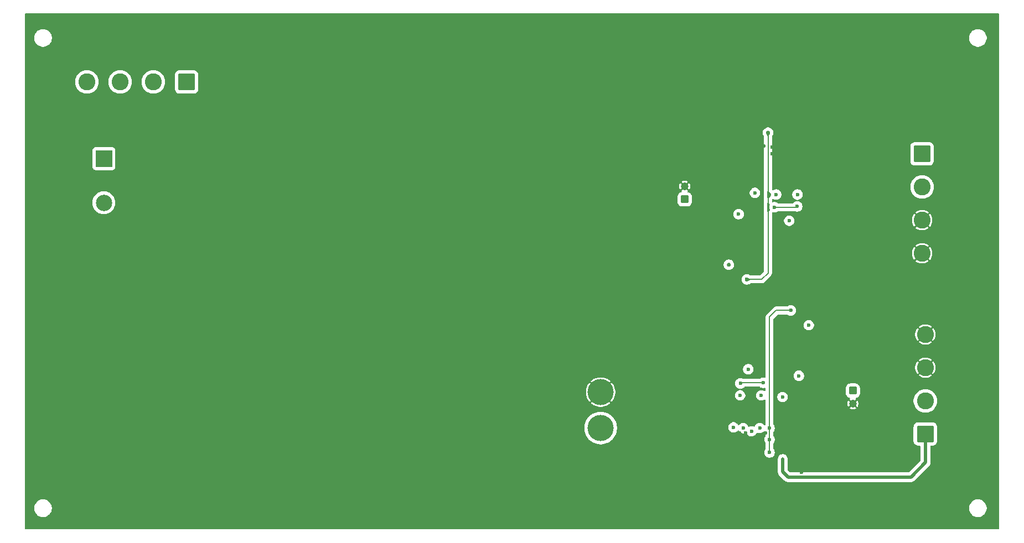
<source format=gbr>
%TF.GenerationSoftware,KiCad,Pcbnew,9.99.0-4546-gb76221958b*%
%TF.CreationDate,2025-12-26T02:09:00+05:30*%
%TF.ProjectId,universal-psu,756e6976-6572-4736-916c-2d7073752e6b,rev?*%
%TF.SameCoordinates,Original*%
%TF.FileFunction,Copper,L2,Inr*%
%TF.FilePolarity,Positive*%
%FSLAX46Y46*%
G04 Gerber Fmt 4.6, Leading zero omitted, Abs format (unit mm)*
G04 Created by KiCad (PCBNEW 9.99.0-4546-gb76221958b) date 2025-12-26 02:09:00*
%MOMM*%
%LPD*%
G01*
G04 APERTURE LIST*
G04 Aperture macros list*
%AMRoundRect*
0 Rectangle with rounded corners*
0 $1 Rounding radius*
0 $2 $3 $4 $5 $6 $7 $8 $9 X,Y pos of 4 corners*
0 Add a 4 corners polygon primitive as box body*
4,1,4,$2,$3,$4,$5,$6,$7,$8,$9,$2,$3,0*
0 Add four circle primitives for the rounded corners*
1,1,$1+$1,$2,$3*
1,1,$1+$1,$4,$5*
1,1,$1+$1,$6,$7*
1,1,$1+$1,$8,$9*
0 Add four rect primitives between the rounded corners*
20,1,$1+$1,$2,$3,$4,$5,0*
20,1,$1+$1,$4,$5,$6,$7,0*
20,1,$1+$1,$6,$7,$8,$9,0*
20,1,$1+$1,$8,$9,$2,$3,0*%
G04 Aperture macros list end*
%TA.AperFunction,ComponentPad*%
%ADD10RoundRect,0.250000X1.050000X-1.050000X1.050000X1.050000X-1.050000X1.050000X-1.050000X-1.050000X0*%
%TD*%
%TA.AperFunction,ComponentPad*%
%ADD11C,2.600000*%
%TD*%
%TA.AperFunction,ComponentPad*%
%ADD12C,4.000000*%
%TD*%
%TA.AperFunction,ComponentPad*%
%ADD13C,2.500000*%
%TD*%
%TA.AperFunction,ComponentPad*%
%ADD14R,2.500000X2.500000*%
%TD*%
%TA.AperFunction,ComponentPad*%
%ADD15RoundRect,0.250000X-1.050000X1.050000X-1.050000X-1.050000X1.050000X-1.050000X1.050000X1.050000X0*%
%TD*%
%TA.AperFunction,ComponentPad*%
%ADD16RoundRect,0.250000X1.050000X1.050000X-1.050000X1.050000X-1.050000X-1.050000X1.050000X-1.050000X0*%
%TD*%
%TA.AperFunction,ComponentPad*%
%ADD17C,1.200000*%
%TD*%
%TA.AperFunction,ComponentPad*%
%ADD18RoundRect,0.250000X0.350000X-0.350000X0.350000X0.350000X-0.350000X0.350000X-0.350000X-0.350000X0*%
%TD*%
%TA.AperFunction,ComponentPad*%
%ADD19RoundRect,0.250000X-0.350000X0.350000X-0.350000X-0.350000X0.350000X-0.350000X0.350000X0.350000X0*%
%TD*%
%TA.AperFunction,ViaPad*%
%ADD20C,0.600000*%
%TD*%
%TA.AperFunction,Conductor*%
%ADD21C,0.200000*%
%TD*%
%TA.AperFunction,Conductor*%
%ADD22C,0.500000*%
%TD*%
G04 APERTURE END LIST*
D10*
%TO.N,+5V*%
%TO.C,J3*%
X151962500Y-80635000D03*
D11*
X151962500Y-75555000D03*
%TO.N,GND*%
X151962500Y-70475000D03*
X151962500Y-65395000D03*
%TD*%
D12*
%TO.N,GND*%
%TO.C,PS1*%
X102300000Y-74225000D03*
%TO.N,+12V*%
X102300000Y-79725000D03*
D13*
%TO.N,AC_In_Neutral*%
X26300000Y-45225000D03*
D14*
%TO.N,AC_In_Live*%
X26300000Y-38475000D03*
%TD*%
D15*
%TO.N,+3V3*%
%TO.C,J2*%
X151462500Y-37735000D03*
D11*
X151462500Y-42815000D03*
%TO.N,GND*%
X151462500Y-47895000D03*
X151462500Y-52975000D03*
%TD*%
%TO.N,AC_In_Live*%
%TO.C,J1*%
X23720000Y-26725000D03*
X28800000Y-26725000D03*
%TO.N,AC_In_Neutral*%
X33880000Y-26725000D03*
D16*
X38960000Y-26725000D03*
%TD*%
D17*
%TO.N,GND*%
%TO.C,C4*%
X115150000Y-42697599D03*
D18*
%TO.N,+12V*%
X115150000Y-44697599D03*
%TD*%
D17*
%TO.N,GND*%
%TO.C,C16*%
X140875000Y-76002401D03*
D19*
%TO.N,+12V*%
X140875000Y-74002401D03*
%TD*%
D20*
%TO.N,GND*%
X130600000Y-42300000D03*
X131900000Y-41600000D03*
X131200000Y-41600000D03*
X130500000Y-41600000D03*
X129800000Y-41600000D03*
X129100000Y-41600000D03*
X132400000Y-34300000D03*
X133800000Y-34300000D03*
X133800000Y-35200000D03*
X133100000Y-35200000D03*
X132400000Y-35200000D03*
X132400000Y-36200000D03*
X133100000Y-36200000D03*
X133900000Y-36200000D03*
X133900000Y-36900000D03*
X133100000Y-36900000D03*
X132300000Y-37400000D03*
X131200000Y-37700000D03*
X131800000Y-38000000D03*
X131200000Y-38500000D03*
X130500000Y-39100000D03*
X126500000Y-40500000D03*
X126500000Y-39750000D03*
X127000000Y-39000000D03*
X127250000Y-36500000D03*
X128500000Y-36750000D03*
X129250000Y-37750000D03*
X128500000Y-37750000D03*
X128750000Y-38500000D03*
X125500000Y-76250000D03*
X127000000Y-77000000D03*
X126000000Y-77000000D03*
X125000000Y-77000000D03*
X124000000Y-77000000D03*
X122750000Y-83500000D03*
X123250000Y-83000000D03*
X122250000Y-83000000D03*
X123250000Y-82000000D03*
X122250000Y-82000000D03*
X123000000Y-81250000D03*
X126750000Y-80750000D03*
X127500000Y-80500000D03*
X124000000Y-81250000D03*
X124500000Y-80500000D03*
X123500000Y-80500000D03*
X141000000Y-39250000D03*
X133000000Y-86500000D03*
%TO.N,+5V*%
X128125000Y-79750000D03*
X126625000Y-79725000D03*
X124125000Y-79725000D03*
X122625000Y-79625000D03*
%TO.N,GND*%
X137462500Y-50225000D03*
X121400000Y-45062500D03*
X118962500Y-71975000D03*
X119650000Y-45062500D03*
X114987500Y-50225000D03*
X118675000Y-50975000D03*
X138962500Y-65975000D03*
%TO.N,/DC_DC_Converter_5V/Enable*%
X123664636Y-72897764D03*
X127144587Y-72790445D03*
%TO.N,+12V*%
X126875000Y-74725000D03*
%TO.N,+5V*%
X131375000Y-61725000D03*
%TO.N,+12V*%
X123625000Y-74725000D03*
X130125000Y-74975000D03*
%TO.N,+5V*%
X134125000Y-63975000D03*
X128125000Y-81475000D03*
X128125000Y-83475000D03*
%TO.N,/DC_DC_Converter_5V/RT*%
X132625000Y-71725000D03*
X124875000Y-70725000D03*
%TO.N,+5V*%
X125375000Y-80225000D03*
%TO.N,/DC_DC_Converter_3v3/Enable*%
X132360364Y-45802236D03*
X128880413Y-45909555D03*
%TO.N,+12V*%
X132400000Y-43975000D03*
X129150000Y-43975000D03*
X125900000Y-43725000D03*
%TO.N,+3V3*%
X124650000Y-56975000D03*
X121900000Y-54725000D03*
X127900000Y-34500000D03*
%TO.N,/DC_DC_Converter_3v3/RT*%
X123400000Y-46975000D03*
X131150000Y-47975000D03*
%TD*%
%TO.N,+3V3*%
D21*
X127900000Y-34500000D02*
X127900000Y-55975000D01*
X127900000Y-55975000D02*
X126900000Y-56975000D01*
X126900000Y-56975000D02*
X124650000Y-56975000D01*
%TO.N,+5V*%
D22*
X130150000Y-84475000D02*
X130150000Y-86400000D01*
X130150000Y-86400000D02*
X131000000Y-87250000D01*
X151962500Y-84962500D02*
X151962500Y-80635000D01*
X131000000Y-87250000D02*
X149750000Y-87250000D01*
X149750000Y-87250000D02*
X152000000Y-85000000D01*
X152000000Y-85000000D02*
X151962500Y-84962500D01*
D21*
X128125000Y-79750000D02*
X128125000Y-81475000D01*
%TO.N,/DC_DC_Converter_5V/Enable*%
X123771955Y-72790445D02*
X123664636Y-72897764D01*
X127144587Y-72790445D02*
X123771955Y-72790445D01*
%TO.N,+5V*%
X131375000Y-61725000D02*
X129125000Y-61725000D01*
X129125000Y-61725000D02*
X128125000Y-62725000D01*
X128125000Y-62725000D02*
X128125000Y-79750000D01*
X128125000Y-81475000D02*
X128125000Y-83475000D01*
%TO.N,/DC_DC_Converter_3v3/Enable*%
X128880413Y-45909555D02*
X132253045Y-45909555D01*
X132253045Y-45909555D02*
X132360364Y-45802236D01*
%TD*%
%TA.AperFunction,Conductor*%
%TO.N,+3V3*%
G36*
X124691027Y-56682381D02*
G01*
X124724079Y-56688956D01*
X124747325Y-56696006D01*
X124778454Y-56708900D01*
X124798425Y-56724995D01*
X124874961Y-56770710D01*
X124879812Y-56773762D01*
X124879919Y-56773832D01*
X124880033Y-56773909D01*
X124882653Y-56775642D01*
X124883980Y-56776521D01*
X124885754Y-56777683D01*
X124889431Y-56780068D01*
X124889434Y-56780069D01*
X125020302Y-56839836D01*
X125020303Y-56839836D01*
X125020307Y-56839838D01*
X125074528Y-56855759D01*
X125133306Y-56893534D01*
X125162330Y-56957090D01*
X125152386Y-57026249D01*
X125106630Y-57079052D01*
X125076646Y-57093070D01*
X125009826Y-57113992D01*
X125009817Y-57113996D01*
X124880039Y-57176086D01*
X124799886Y-57229641D01*
X124778451Y-57241098D01*
X124747330Y-57253989D01*
X124724070Y-57261045D01*
X124707443Y-57264352D01*
X124691030Y-57267617D01*
X124666841Y-57270000D01*
X124633159Y-57270000D01*
X124608970Y-57267617D01*
X124575924Y-57261044D01*
X124552667Y-57253988D01*
X124521547Y-57241098D01*
X124500107Y-57229638D01*
X124472099Y-57210923D01*
X124453312Y-57195505D01*
X124429495Y-57171689D01*
X124414074Y-57152899D01*
X124395358Y-57124890D01*
X124383901Y-57103455D01*
X124373793Y-57079052D01*
X124371007Y-57072326D01*
X124363954Y-57049075D01*
X124357381Y-57016031D01*
X124355000Y-56991844D01*
X124355000Y-56958153D01*
X124357382Y-56933964D01*
X124363956Y-56900914D01*
X124371006Y-56877674D01*
X124383902Y-56846539D01*
X124395351Y-56825119D01*
X124414079Y-56797090D01*
X124429488Y-56778316D01*
X124453314Y-56754489D01*
X124472093Y-56739076D01*
X124500111Y-56720356D01*
X124521545Y-56708900D01*
X124552668Y-56696008D01*
X124575918Y-56688955D01*
X124608970Y-56682381D01*
X124633154Y-56680000D01*
X124666842Y-56680000D01*
X124691027Y-56682381D01*
G37*
%TD.AperFunction*%
%TA.AperFunction,Conductor*%
G36*
X121941027Y-54432381D02*
G01*
X121974079Y-54438956D01*
X121997325Y-54446006D01*
X122028458Y-54458902D01*
X122049890Y-54470359D01*
X122077898Y-54489074D01*
X122096685Y-54504492D01*
X122120502Y-54528308D01*
X122135925Y-54547100D01*
X122154638Y-54575106D01*
X122166098Y-54596546D01*
X122178990Y-54627671D01*
X122186045Y-54650927D01*
X122192617Y-54683961D01*
X122195000Y-54708156D01*
X122195000Y-54741839D01*
X122192616Y-54766035D01*
X122186043Y-54799073D01*
X122178988Y-54822329D01*
X122166098Y-54853449D01*
X122154639Y-54874888D01*
X122135920Y-54902903D01*
X122120499Y-54921693D01*
X122096693Y-54945499D01*
X122077903Y-54960920D01*
X122049885Y-54979641D01*
X122028446Y-54991100D01*
X121997328Y-55003989D01*
X121974071Y-55011045D01*
X121957340Y-55014373D01*
X121941031Y-55017617D01*
X121916841Y-55020000D01*
X121883159Y-55020000D01*
X121858970Y-55017617D01*
X121825924Y-55011044D01*
X121802667Y-55003988D01*
X121771547Y-54991098D01*
X121750107Y-54979638D01*
X121722099Y-54960923D01*
X121703312Y-54945505D01*
X121679495Y-54921689D01*
X121664074Y-54902899D01*
X121645357Y-54874888D01*
X121633901Y-54853455D01*
X121630780Y-54845921D01*
X121621007Y-54822326D01*
X121613954Y-54799073D01*
X121607381Y-54766031D01*
X121605000Y-54741844D01*
X121605000Y-54708153D01*
X121607382Y-54683964D01*
X121607383Y-54683961D01*
X121613956Y-54650914D01*
X121621006Y-54627674D01*
X121633902Y-54596539D01*
X121645351Y-54575119D01*
X121664079Y-54547090D01*
X121679488Y-54528316D01*
X121703314Y-54504489D01*
X121722098Y-54489074D01*
X121750111Y-54470356D01*
X121771545Y-54458900D01*
X121802668Y-54446008D01*
X121825918Y-54438955D01*
X121858970Y-54432381D01*
X121883154Y-54430000D01*
X121916842Y-54430000D01*
X121941027Y-54432381D01*
G37*
%TD.AperFunction*%
%TA.AperFunction,Conductor*%
G36*
X128010203Y-45202458D02*
G01*
X128044142Y-45252974D01*
X128044873Y-45252683D01*
X128046232Y-45256086D01*
X128046455Y-45256417D01*
X128046477Y-45256482D01*
X128046784Y-45257466D01*
X128047216Y-45258547D01*
X128113908Y-45386040D01*
X128139269Y-45412323D01*
X128171653Y-45474234D01*
X128165426Y-45543826D01*
X128164598Y-45545877D01*
X128110676Y-45676058D01*
X128110675Y-45676061D01*
X128110675Y-45676062D01*
X128110674Y-45676065D01*
X128079913Y-45830708D01*
X128079913Y-45988401D01*
X128110674Y-46143044D01*
X128110676Y-46143052D01*
X128160112Y-46262403D01*
X128165355Y-46275059D01*
X128172824Y-46344529D01*
X128144507Y-46403715D01*
X128094933Y-46460926D01*
X128094930Y-46460930D01*
X128041794Y-46577280D01*
X127996039Y-46630084D01*
X127928999Y-46649768D01*
X127861960Y-46630083D01*
X127816205Y-46577278D01*
X127805000Y-46525768D01*
X127805000Y-45296171D01*
X127824685Y-45229132D01*
X127877489Y-45183377D01*
X127946647Y-45173433D01*
X128010203Y-45202458D01*
G37*
%TD.AperFunction*%
%TA.AperFunction,Conductor*%
G36*
X127960143Y-43379812D02*
G01*
X127974915Y-43381201D01*
X127991282Y-43394033D01*
X128010203Y-43402674D01*
X128019164Y-43415893D01*
X128029900Y-43424310D01*
X128044577Y-43451466D01*
X128045389Y-43453556D01*
X128056645Y-43485921D01*
X128136580Y-43605553D01*
X128183270Y-43657532D01*
X128271591Y-43731344D01*
X128293673Y-43749799D01*
X128296066Y-43751277D01*
X128297946Y-43753370D01*
X128300478Y-43755486D01*
X128300173Y-43755849D01*
X128342759Y-43803253D01*
X128354902Y-43856108D01*
X128354969Y-43868660D01*
X128349500Y-43896158D01*
X128349500Y-44053842D01*
X128356145Y-44087248D01*
X128356209Y-44099130D01*
X128349698Y-44121750D01*
X128347600Y-44145199D01*
X128340214Y-44154706D01*
X128336885Y-44166274D01*
X128319178Y-44181784D01*
X128304736Y-44200376D01*
X128299251Y-44204112D01*
X128241962Y-44240929D01*
X128241951Y-44240938D01*
X128189159Y-44286682D01*
X128094933Y-44395423D01*
X128094930Y-44395427D01*
X128041794Y-44511777D01*
X127996039Y-44564581D01*
X127928999Y-44584265D01*
X127861960Y-44564580D01*
X127816205Y-44511775D01*
X127805000Y-44460265D01*
X127805000Y-43496387D01*
X127809179Y-43482151D01*
X127808452Y-43467332D01*
X127818825Y-43449303D01*
X127824685Y-43429348D01*
X127835897Y-43419632D01*
X127843297Y-43406772D01*
X127861770Y-43397213D01*
X127877489Y-43383593D01*
X127892174Y-43381481D01*
X127905352Y-43374663D01*
X127926059Y-43376609D01*
X127946647Y-43373649D01*
X127960143Y-43379812D01*
G37*
%TD.AperFunction*%
%TA.AperFunction,Conductor*%
G36*
X127941027Y-34207381D02*
G01*
X127974079Y-34213956D01*
X127997325Y-34221006D01*
X128028458Y-34233902D01*
X128049890Y-34245359D01*
X128077898Y-34264074D01*
X128096685Y-34279492D01*
X128120502Y-34303308D01*
X128135925Y-34322100D01*
X128154638Y-34350106D01*
X128166098Y-34371546D01*
X128178990Y-34402671D01*
X128186045Y-34425927D01*
X128192617Y-34458961D01*
X128195000Y-34483156D01*
X128195000Y-34516839D01*
X128192616Y-34541035D01*
X128186043Y-34574073D01*
X128178989Y-34597328D01*
X128166098Y-34628451D01*
X128154639Y-34649890D01*
X128101111Y-34730000D01*
X128098472Y-34733989D01*
X128097282Y-34735806D01*
X128094931Y-34739430D01*
X128094930Y-34739433D01*
X128035162Y-34870304D01*
X128019239Y-34924528D01*
X127981463Y-34983305D01*
X127917906Y-35012328D01*
X127848748Y-35002383D01*
X127795946Y-34956626D01*
X127782533Y-34928522D01*
X127781902Y-34926616D01*
X127781884Y-34926500D01*
X127761006Y-34859823D01*
X127761005Y-34859821D01*
X127698908Y-34730031D01*
X127668821Y-34685003D01*
X127645359Y-34649890D01*
X127633900Y-34628453D01*
X127633435Y-34627332D01*
X127621007Y-34597326D01*
X127613954Y-34574073D01*
X127607381Y-34541031D01*
X127605000Y-34516844D01*
X127605000Y-34483153D01*
X127607382Y-34458964D01*
X127607383Y-34458961D01*
X127613956Y-34425914D01*
X127621006Y-34402674D01*
X127633902Y-34371539D01*
X127645351Y-34350119D01*
X127664079Y-34322090D01*
X127679488Y-34303316D01*
X127703314Y-34279489D01*
X127722098Y-34264074D01*
X127750111Y-34245356D01*
X127771545Y-34233900D01*
X127802668Y-34221008D01*
X127825918Y-34213955D01*
X127858970Y-34207381D01*
X127883154Y-34205000D01*
X127916842Y-34205000D01*
X127941027Y-34207381D01*
G37*
%TD.AperFunction*%
%TD*%
%TA.AperFunction,Conductor*%
%TO.N,GND*%
G36*
X163192538Y-16270185D02*
G01*
X163238293Y-16322989D01*
X163249499Y-16374500D01*
X163249499Y-95125499D01*
X163229814Y-95192538D01*
X163177010Y-95238293D01*
X163125499Y-95249499D01*
X14374500Y-95249499D01*
X14307461Y-95229814D01*
X14261706Y-95177010D01*
X14250500Y-95125499D01*
X14250500Y-91893713D01*
X15649500Y-91893713D01*
X15649500Y-92106286D01*
X15682753Y-92316239D01*
X15748444Y-92518414D01*
X15844951Y-92707820D01*
X15969890Y-92879786D01*
X16120213Y-93030109D01*
X16292179Y-93155048D01*
X16292181Y-93155049D01*
X16292184Y-93155051D01*
X16481588Y-93251557D01*
X16683757Y-93317246D01*
X16893713Y-93350500D01*
X16893714Y-93350500D01*
X17106286Y-93350500D01*
X17106287Y-93350500D01*
X17316243Y-93317246D01*
X17518412Y-93251557D01*
X17707816Y-93155051D01*
X17729789Y-93139086D01*
X17879786Y-93030109D01*
X17879788Y-93030106D01*
X17879792Y-93030104D01*
X18030104Y-92879792D01*
X18030106Y-92879788D01*
X18030109Y-92879786D01*
X18155048Y-92707820D01*
X18155047Y-92707820D01*
X18155051Y-92707816D01*
X18251557Y-92518412D01*
X18317246Y-92316243D01*
X18350500Y-92106287D01*
X18350500Y-91893713D01*
X158649500Y-91893713D01*
X158649500Y-92106286D01*
X158682753Y-92316239D01*
X158748444Y-92518414D01*
X158844951Y-92707820D01*
X158969890Y-92879786D01*
X159120213Y-93030109D01*
X159292179Y-93155048D01*
X159292181Y-93155049D01*
X159292184Y-93155051D01*
X159481588Y-93251557D01*
X159683757Y-93317246D01*
X159893713Y-93350500D01*
X159893714Y-93350500D01*
X160106286Y-93350500D01*
X160106287Y-93350500D01*
X160316243Y-93317246D01*
X160518412Y-93251557D01*
X160707816Y-93155051D01*
X160729789Y-93139086D01*
X160879786Y-93030109D01*
X160879788Y-93030106D01*
X160879792Y-93030104D01*
X161030104Y-92879792D01*
X161030106Y-92879788D01*
X161030109Y-92879786D01*
X161155048Y-92707820D01*
X161155047Y-92707820D01*
X161155051Y-92707816D01*
X161251557Y-92518412D01*
X161317246Y-92316243D01*
X161350500Y-92106287D01*
X161350500Y-91893713D01*
X161317246Y-91683757D01*
X161251557Y-91481588D01*
X161155051Y-91292184D01*
X161155049Y-91292181D01*
X161155048Y-91292179D01*
X161030109Y-91120213D01*
X160879786Y-90969890D01*
X160707820Y-90844951D01*
X160518414Y-90748444D01*
X160518413Y-90748443D01*
X160518412Y-90748443D01*
X160316243Y-90682754D01*
X160316241Y-90682753D01*
X160316240Y-90682753D01*
X160154957Y-90657208D01*
X160106287Y-90649500D01*
X159893713Y-90649500D01*
X159845042Y-90657208D01*
X159683760Y-90682753D01*
X159481585Y-90748444D01*
X159292179Y-90844951D01*
X159120213Y-90969890D01*
X158969890Y-91120213D01*
X158844951Y-91292179D01*
X158748444Y-91481585D01*
X158682753Y-91683760D01*
X158649500Y-91893713D01*
X18350500Y-91893713D01*
X18317246Y-91683757D01*
X18251557Y-91481588D01*
X18155051Y-91292184D01*
X18155049Y-91292181D01*
X18155048Y-91292179D01*
X18030109Y-91120213D01*
X17879786Y-90969890D01*
X17707820Y-90844951D01*
X17518414Y-90748444D01*
X17518413Y-90748443D01*
X17518412Y-90748443D01*
X17316243Y-90682754D01*
X17316241Y-90682753D01*
X17316240Y-90682753D01*
X17154957Y-90657208D01*
X17106287Y-90649500D01*
X16893713Y-90649500D01*
X16845042Y-90657208D01*
X16683760Y-90682753D01*
X16481585Y-90748444D01*
X16292179Y-90844951D01*
X16120213Y-90969890D01*
X15969890Y-91120213D01*
X15844951Y-91292179D01*
X15748444Y-91481585D01*
X15682753Y-91683760D01*
X15649500Y-91893713D01*
X14250500Y-91893713D01*
X14250500Y-86473920D01*
X129399499Y-86473920D01*
X129428340Y-86618907D01*
X129428343Y-86618917D01*
X129484912Y-86755488D01*
X129484918Y-86755499D01*
X129495664Y-86771580D01*
X129495666Y-86771585D01*
X129567046Y-86878414D01*
X129567052Y-86878421D01*
X130417049Y-87728416D01*
X130521584Y-87832951D01*
X130521587Y-87832953D01*
X130521588Y-87832954D01*
X130644503Y-87915083D01*
X130644506Y-87915085D01*
X130694665Y-87935861D01*
X130701080Y-87938518D01*
X130781088Y-87971659D01*
X130897241Y-87994763D01*
X130920380Y-87999365D01*
X130926081Y-88000500D01*
X130926082Y-88000500D01*
X149823920Y-88000500D01*
X149921462Y-87981096D01*
X149968913Y-87971658D01*
X150105495Y-87915084D01*
X150154729Y-87882186D01*
X150228416Y-87832952D01*
X152478413Y-85582953D01*
X152478416Y-85582952D01*
X152582952Y-85478416D01*
X152665084Y-85355494D01*
X152680617Y-85317994D01*
X152721659Y-85218912D01*
X152750500Y-85073917D01*
X152750500Y-84926082D01*
X152750242Y-84924788D01*
X152721661Y-84781094D01*
X152719892Y-84775264D01*
X152720846Y-84774974D01*
X152713000Y-84735518D01*
X152713000Y-82559499D01*
X152732685Y-82492460D01*
X152785489Y-82446705D01*
X152837000Y-82435499D01*
X153062502Y-82435499D01*
X153062508Y-82435499D01*
X153165297Y-82424999D01*
X153331834Y-82369814D01*
X153481156Y-82277712D01*
X153605212Y-82153656D01*
X153697314Y-82004334D01*
X153752499Y-81837797D01*
X153763000Y-81735009D01*
X153762999Y-79534992D01*
X153760224Y-79507831D01*
X153752499Y-79432203D01*
X153752498Y-79432200D01*
X153740064Y-79394678D01*
X153697314Y-79265666D01*
X153605212Y-79116344D01*
X153481156Y-78992288D01*
X153356834Y-78915606D01*
X153331836Y-78900187D01*
X153331831Y-78900185D01*
X153330362Y-78899698D01*
X153165297Y-78845001D01*
X153165295Y-78845000D01*
X153062510Y-78834500D01*
X150862498Y-78834500D01*
X150862481Y-78834501D01*
X150759703Y-78845000D01*
X150759700Y-78845001D01*
X150593168Y-78900185D01*
X150593163Y-78900187D01*
X150443842Y-78992289D01*
X150319789Y-79116342D01*
X150227687Y-79265663D01*
X150227685Y-79265668D01*
X150213130Y-79309594D01*
X150172501Y-79432203D01*
X150172501Y-79432204D01*
X150172500Y-79432204D01*
X150162000Y-79534983D01*
X150162000Y-81735001D01*
X150162001Y-81735018D01*
X150172500Y-81837796D01*
X150172501Y-81837799D01*
X150177927Y-81854172D01*
X150227686Y-82004334D01*
X150319788Y-82153656D01*
X150443844Y-82277712D01*
X150593166Y-82369814D01*
X150759703Y-82424999D01*
X150862491Y-82435500D01*
X151088000Y-82435499D01*
X151155039Y-82455183D01*
X151200794Y-82507987D01*
X151212000Y-82559499D01*
X151212000Y-84675270D01*
X151192315Y-84742309D01*
X151175681Y-84762951D01*
X149475451Y-86463181D01*
X149414128Y-86496666D01*
X149387770Y-86499500D01*
X131362229Y-86499500D01*
X131295190Y-86479815D01*
X131274548Y-86463181D01*
X130936819Y-86125451D01*
X130903334Y-86064128D01*
X130900500Y-86037770D01*
X130900500Y-84401079D01*
X130871659Y-84256092D01*
X130871658Y-84256091D01*
X130871658Y-84256087D01*
X130841960Y-84184390D01*
X130815087Y-84119511D01*
X130815080Y-84119498D01*
X130732951Y-83996584D01*
X130732948Y-83996580D01*
X130628419Y-83892051D01*
X130628415Y-83892048D01*
X130505501Y-83809919D01*
X130505488Y-83809912D01*
X130368917Y-83753343D01*
X130368907Y-83753340D01*
X130223920Y-83724500D01*
X130223918Y-83724500D01*
X130076082Y-83724500D01*
X130076080Y-83724500D01*
X129931092Y-83753340D01*
X129931082Y-83753343D01*
X129794511Y-83809912D01*
X129794498Y-83809919D01*
X129671584Y-83892048D01*
X129671580Y-83892051D01*
X129567051Y-83996580D01*
X129567048Y-83996584D01*
X129484919Y-84119498D01*
X129484912Y-84119511D01*
X129428343Y-84256082D01*
X129428340Y-84256092D01*
X129399500Y-84401079D01*
X129399500Y-84401082D01*
X129399500Y-86473918D01*
X129399500Y-86473920D01*
X129399499Y-86473920D01*
X14250500Y-86473920D01*
X14250500Y-79584568D01*
X99799500Y-79584568D01*
X99799500Y-79865431D01*
X99830942Y-80144494D01*
X99830945Y-80144512D01*
X99893439Y-80418317D01*
X99893443Y-80418329D01*
X99986200Y-80683411D01*
X100108053Y-80936442D01*
X100125816Y-80964711D01*
X100257477Y-81174248D01*
X100432584Y-81393825D01*
X100631175Y-81592416D01*
X100850752Y-81767523D01*
X101088555Y-81916945D01*
X101341592Y-82038801D01*
X101540680Y-82108465D01*
X101606670Y-82131556D01*
X101606682Y-82131560D01*
X101880491Y-82194055D01*
X101880497Y-82194055D01*
X101880505Y-82194057D01*
X102066547Y-82215018D01*
X102159569Y-82225499D01*
X102159572Y-82225500D01*
X102159575Y-82225500D01*
X102440428Y-82225500D01*
X102440429Y-82225499D01*
X102583055Y-82209429D01*
X102719494Y-82194057D01*
X102719499Y-82194056D01*
X102719509Y-82194055D01*
X102993318Y-82131560D01*
X103258408Y-82038801D01*
X103511445Y-81916945D01*
X103749248Y-81767523D01*
X103968825Y-81592416D01*
X104167416Y-81393825D01*
X104342523Y-81174248D01*
X104491945Y-80936445D01*
X104613801Y-80683408D01*
X104706560Y-80418318D01*
X104769055Y-80144509D01*
X104770094Y-80135292D01*
X104800499Y-79865431D01*
X104800500Y-79865427D01*
X104800500Y-79584572D01*
X104800499Y-79584568D01*
X104797050Y-79553949D01*
X104796172Y-79546153D01*
X121824500Y-79546153D01*
X121824500Y-79703846D01*
X121855261Y-79858489D01*
X121855264Y-79858501D01*
X121915602Y-80004172D01*
X121915609Y-80004185D01*
X122003210Y-80135288D01*
X122003213Y-80135292D01*
X122114707Y-80246786D01*
X122114711Y-80246789D01*
X122245814Y-80334390D01*
X122245827Y-80334397D01*
X122391498Y-80394735D01*
X122391503Y-80394737D01*
X122546153Y-80425499D01*
X122546156Y-80425500D01*
X122546158Y-80425500D01*
X122703844Y-80425500D01*
X122703845Y-80425499D01*
X122858497Y-80394737D01*
X123004179Y-80334394D01*
X123135289Y-80246789D01*
X123171868Y-80210210D01*
X123251097Y-80130982D01*
X123252414Y-80132299D01*
X123302949Y-80097859D01*
X123372793Y-80095970D01*
X123432571Y-80132142D01*
X123444189Y-80146957D01*
X123503210Y-80235288D01*
X123503213Y-80235292D01*
X123614707Y-80346786D01*
X123614711Y-80346789D01*
X123745814Y-80434390D01*
X123745827Y-80434397D01*
X123891498Y-80494735D01*
X123891503Y-80494737D01*
X124046153Y-80525499D01*
X124046156Y-80525500D01*
X124046158Y-80525500D01*
X124203844Y-80525500D01*
X124203845Y-80525499D01*
X124358497Y-80494737D01*
X124445989Y-80458497D01*
X124467377Y-80449638D01*
X124536846Y-80442169D01*
X124599325Y-80473444D01*
X124629390Y-80516746D01*
X124665604Y-80604176D01*
X124665609Y-80604185D01*
X124753210Y-80735288D01*
X124753213Y-80735292D01*
X124864707Y-80846786D01*
X124864711Y-80846789D01*
X124995814Y-80934390D01*
X124995827Y-80934397D01*
X125069013Y-80964711D01*
X125141503Y-80994737D01*
X125296153Y-81025499D01*
X125296156Y-81025500D01*
X125296158Y-81025500D01*
X125453844Y-81025500D01*
X125453845Y-81025499D01*
X125608497Y-80994737D01*
X125732383Y-80943422D01*
X125754172Y-80934397D01*
X125754172Y-80934396D01*
X125754179Y-80934394D01*
X125885289Y-80846789D01*
X125996789Y-80735289D01*
X126084394Y-80604179D01*
X126120610Y-80516743D01*
X126164449Y-80462344D01*
X126230743Y-80440278D01*
X126282622Y-80449638D01*
X126391498Y-80494735D01*
X126391503Y-80494737D01*
X126546153Y-80525499D01*
X126546156Y-80525500D01*
X126546158Y-80525500D01*
X126703844Y-80525500D01*
X126703845Y-80525499D01*
X126858497Y-80494737D01*
X127004179Y-80434394D01*
X127135289Y-80346789D01*
X127246789Y-80235289D01*
X127263545Y-80210210D01*
X127317155Y-80165407D01*
X127386479Y-80156698D01*
X127449508Y-80186852D01*
X127469748Y-80210210D01*
X127503601Y-80260873D01*
X127524480Y-80327550D01*
X127524500Y-80329765D01*
X127524500Y-80895234D01*
X127504815Y-80962273D01*
X127503602Y-80964125D01*
X127415609Y-81095814D01*
X127415602Y-81095827D01*
X127355264Y-81241498D01*
X127355261Y-81241510D01*
X127324500Y-81396153D01*
X127324500Y-81553846D01*
X127355261Y-81708489D01*
X127355264Y-81708501D01*
X127415602Y-81854172D01*
X127415609Y-81854185D01*
X127503602Y-81985874D01*
X127524480Y-82052551D01*
X127524500Y-82054765D01*
X127524500Y-82895234D01*
X127504815Y-82962273D01*
X127503602Y-82964125D01*
X127415609Y-83095814D01*
X127415602Y-83095827D01*
X127355264Y-83241498D01*
X127355261Y-83241510D01*
X127324500Y-83396153D01*
X127324500Y-83553846D01*
X127355261Y-83708489D01*
X127355264Y-83708501D01*
X127415602Y-83854172D01*
X127415609Y-83854185D01*
X127503210Y-83985288D01*
X127503213Y-83985292D01*
X127614707Y-84096786D01*
X127614711Y-84096789D01*
X127745814Y-84184390D01*
X127745827Y-84184397D01*
X127891498Y-84244735D01*
X127891503Y-84244737D01*
X128035460Y-84273372D01*
X128046153Y-84275499D01*
X128046156Y-84275500D01*
X128046158Y-84275500D01*
X128203844Y-84275500D01*
X128214537Y-84273373D01*
X128214537Y-84273372D01*
X128358497Y-84244737D01*
X128504179Y-84184394D01*
X128635289Y-84096789D01*
X128746789Y-83985289D01*
X128834394Y-83854179D01*
X128894737Y-83708497D01*
X128925500Y-83553842D01*
X128925500Y-83396158D01*
X128925500Y-83396155D01*
X128925499Y-83396153D01*
X128894738Y-83241510D01*
X128894737Y-83241503D01*
X128894735Y-83241498D01*
X128834397Y-83095827D01*
X128834390Y-83095814D01*
X128746398Y-82964125D01*
X128725520Y-82897447D01*
X128725500Y-82895234D01*
X128725500Y-82054765D01*
X128745185Y-81987726D01*
X128746398Y-81985874D01*
X128834390Y-81854185D01*
X128834390Y-81854184D01*
X128834394Y-81854179D01*
X128894737Y-81708497D01*
X128925500Y-81553842D01*
X128925500Y-81396158D01*
X128925500Y-81396155D01*
X128925499Y-81396153D01*
X128894738Y-81241510D01*
X128894737Y-81241503D01*
X128894735Y-81241498D01*
X128834397Y-81095827D01*
X128834390Y-81095814D01*
X128746398Y-80964125D01*
X128725520Y-80897447D01*
X128725500Y-80895234D01*
X128725500Y-80329765D01*
X128745185Y-80262726D01*
X128746398Y-80260874D01*
X128834390Y-80129185D01*
X128834390Y-80129184D01*
X128834394Y-80129179D01*
X128894737Y-79983497D01*
X128925500Y-79828842D01*
X128925500Y-79671158D01*
X128925500Y-79671155D01*
X128925499Y-79671153D01*
X128905855Y-79572396D01*
X128894737Y-79516503D01*
X128894735Y-79516498D01*
X128834397Y-79370827D01*
X128834390Y-79370814D01*
X128746398Y-79239125D01*
X128725520Y-79172447D01*
X128725500Y-79170234D01*
X128725500Y-74896153D01*
X129324500Y-74896153D01*
X129324500Y-75053846D01*
X129355261Y-75208489D01*
X129355264Y-75208501D01*
X129415602Y-75354172D01*
X129415609Y-75354185D01*
X129503210Y-75485288D01*
X129503213Y-75485292D01*
X129614707Y-75596786D01*
X129614711Y-75596789D01*
X129745814Y-75684390D01*
X129745827Y-75684397D01*
X129850135Y-75727602D01*
X129891503Y-75744737D01*
X130046153Y-75775499D01*
X130046156Y-75775500D01*
X130046158Y-75775500D01*
X130203844Y-75775500D01*
X130203845Y-75775499D01*
X130358497Y-75744737D01*
X130504179Y-75684394D01*
X130635289Y-75596789D01*
X130746789Y-75485289D01*
X130834394Y-75354179D01*
X130894737Y-75208497D01*
X130925500Y-75053842D01*
X130925500Y-74896158D01*
X130925500Y-74896155D01*
X130925499Y-74896153D01*
X130894737Y-74741503D01*
X130865839Y-74671737D01*
X130834397Y-74595827D01*
X130834390Y-74595814D01*
X130746789Y-74464711D01*
X130746786Y-74464707D01*
X130635292Y-74353213D01*
X130635288Y-74353210D01*
X130504185Y-74265609D01*
X130504172Y-74265602D01*
X130358501Y-74205264D01*
X130358489Y-74205261D01*
X130203845Y-74174500D01*
X130203842Y-74174500D01*
X130046158Y-74174500D01*
X130046155Y-74174500D01*
X129891510Y-74205261D01*
X129891498Y-74205264D01*
X129745827Y-74265602D01*
X129745814Y-74265609D01*
X129614711Y-74353210D01*
X129614707Y-74353213D01*
X129503213Y-74464707D01*
X129503210Y-74464711D01*
X129415609Y-74595814D01*
X129415602Y-74595827D01*
X129355264Y-74741498D01*
X129355261Y-74741510D01*
X129324500Y-74896153D01*
X128725500Y-74896153D01*
X128725500Y-73602384D01*
X139774500Y-73602384D01*
X139774500Y-74402402D01*
X139774501Y-74402420D01*
X139785000Y-74505197D01*
X139785001Y-74505200D01*
X139832073Y-74647253D01*
X139840186Y-74671735D01*
X139932288Y-74821057D01*
X140056344Y-74945113D01*
X140205666Y-75037215D01*
X140355090Y-75086729D01*
X140412535Y-75126502D01*
X140439358Y-75191018D01*
X140427043Y-75259793D01*
X140384977Y-75307537D01*
X140368154Y-75318777D01*
X140368154Y-75318778D01*
X140769470Y-75720094D01*
X140759204Y-75722845D01*
X140690795Y-75762341D01*
X140634940Y-75818196D01*
X140595444Y-75886605D01*
X140592693Y-75896871D01*
X140191377Y-75495555D01*
X140191376Y-75495555D01*
X140121739Y-75599776D01*
X140057665Y-75754464D01*
X140057663Y-75754472D01*
X140025000Y-75918678D01*
X140025000Y-76086123D01*
X140057663Y-76250329D01*
X140057665Y-76250337D01*
X140121738Y-76405024D01*
X140121743Y-76405032D01*
X140191377Y-76509245D01*
X140592693Y-76107930D01*
X140595444Y-76118197D01*
X140634940Y-76186606D01*
X140690795Y-76242461D01*
X140759204Y-76281957D01*
X140769469Y-76284707D01*
X140368153Y-76686023D01*
X140472376Y-76755662D01*
X140627063Y-76819735D01*
X140627071Y-76819737D01*
X140791277Y-76852400D01*
X140791280Y-76852401D01*
X140958720Y-76852401D01*
X140958722Y-76852400D01*
X141122928Y-76819737D01*
X141122936Y-76819735D01*
X141277623Y-76755662D01*
X141381845Y-76686023D01*
X141381845Y-76686022D01*
X140980531Y-76284707D01*
X140990796Y-76281957D01*
X141059205Y-76242461D01*
X141115060Y-76186606D01*
X141154556Y-76118197D01*
X141157306Y-76107931D01*
X141558621Y-76509246D01*
X141558622Y-76509246D01*
X141628261Y-76405024D01*
X141692334Y-76250337D01*
X141692336Y-76250329D01*
X141724999Y-76086123D01*
X141725000Y-76086121D01*
X141725000Y-75918680D01*
X141724999Y-75918678D01*
X141692336Y-75754472D01*
X141692334Y-75754464D01*
X141628261Y-75599777D01*
X141562809Y-75501821D01*
X141558622Y-75495554D01*
X141157306Y-75896870D01*
X141154556Y-75886605D01*
X141115060Y-75818196D01*
X141059205Y-75762341D01*
X140990796Y-75722845D01*
X140980530Y-75720094D01*
X141263628Y-75436995D01*
X150162000Y-75436995D01*
X150162000Y-75673004D01*
X150162001Y-75673020D01*
X150192806Y-75907010D01*
X150253894Y-76134993D01*
X150344214Y-76353045D01*
X150344219Y-76353056D01*
X150374228Y-76405032D01*
X150462227Y-76557450D01*
X150462229Y-76557453D01*
X150462230Y-76557454D01*
X150605906Y-76744697D01*
X150605912Y-76744704D01*
X150772795Y-76911587D01*
X150772801Y-76911592D01*
X150960050Y-77055273D01*
X151091418Y-77131118D01*
X151164443Y-77173280D01*
X151164448Y-77173282D01*
X151164451Y-77173284D01*
X151382507Y-77263606D01*
X151610486Y-77324693D01*
X151844489Y-77355500D01*
X151844496Y-77355500D01*
X152080504Y-77355500D01*
X152080511Y-77355500D01*
X152314514Y-77324693D01*
X152542493Y-77263606D01*
X152760549Y-77173284D01*
X152964950Y-77055273D01*
X153152199Y-76911592D01*
X153319092Y-76744699D01*
X153462773Y-76557450D01*
X153580784Y-76353049D01*
X153671106Y-76134993D01*
X153732193Y-75907014D01*
X153763000Y-75673011D01*
X153763000Y-75436989D01*
X153732193Y-75202986D01*
X153671106Y-74975007D01*
X153580784Y-74756951D01*
X153580782Y-74756948D01*
X153580780Y-74756943D01*
X153531586Y-74671737D01*
X153462773Y-74552550D01*
X153395369Y-74464707D01*
X153319093Y-74365302D01*
X153319087Y-74365295D01*
X153152204Y-74198412D01*
X153152197Y-74198406D01*
X152964954Y-74054730D01*
X152964953Y-74054729D01*
X152964950Y-74054727D01*
X152883457Y-74007677D01*
X152760556Y-73936719D01*
X152760545Y-73936714D01*
X152542493Y-73846394D01*
X152314510Y-73785306D01*
X152080520Y-73754501D01*
X152080517Y-73754500D01*
X152080511Y-73754500D01*
X151844489Y-73754500D01*
X151844483Y-73754500D01*
X151844479Y-73754501D01*
X151610489Y-73785306D01*
X151382506Y-73846394D01*
X151164454Y-73936714D01*
X151164443Y-73936719D01*
X150960045Y-74054730D01*
X150772802Y-74198406D01*
X150772795Y-74198412D01*
X150605912Y-74365295D01*
X150605906Y-74365302D01*
X150462230Y-74552545D01*
X150344219Y-74756943D01*
X150344214Y-74756954D01*
X150253894Y-74975006D01*
X150192806Y-75202989D01*
X150162001Y-75436979D01*
X150162000Y-75436995D01*
X141263628Y-75436995D01*
X141381844Y-75318778D01*
X141365021Y-75307537D01*
X141320217Y-75253924D01*
X141311510Y-75184599D01*
X141341665Y-75121572D01*
X141394907Y-75086730D01*
X141544334Y-75037215D01*
X141693656Y-74945113D01*
X141817712Y-74821057D01*
X141909814Y-74671735D01*
X141964999Y-74505198D01*
X141975500Y-74402410D01*
X141975499Y-73602393D01*
X141974329Y-73590944D01*
X141964999Y-73499604D01*
X141964998Y-73499601D01*
X141936047Y-73412234D01*
X141909814Y-73333067D01*
X141817712Y-73183745D01*
X141693656Y-73059689D01*
X141544334Y-72967587D01*
X141377797Y-72912402D01*
X141377795Y-72912401D01*
X141275010Y-72901901D01*
X140474998Y-72901901D01*
X140474980Y-72901902D01*
X140372203Y-72912401D01*
X140372200Y-72912402D01*
X140205668Y-72967586D01*
X140205663Y-72967588D01*
X140056342Y-73059690D01*
X139932289Y-73183743D01*
X139840187Y-73333064D01*
X139840186Y-73333067D01*
X139785001Y-73499604D01*
X139785001Y-73499605D01*
X139785000Y-73499605D01*
X139774500Y-73602384D01*
X128725500Y-73602384D01*
X128725500Y-71646153D01*
X131824500Y-71646153D01*
X131824500Y-71803846D01*
X131855261Y-71958489D01*
X131855264Y-71958501D01*
X131915602Y-72104172D01*
X131915609Y-72104185D01*
X132003210Y-72235288D01*
X132003213Y-72235292D01*
X132114707Y-72346786D01*
X132114711Y-72346789D01*
X132245814Y-72434390D01*
X132245827Y-72434397D01*
X132391498Y-72494735D01*
X132391503Y-72494737D01*
X132546153Y-72525499D01*
X132546156Y-72525500D01*
X132546158Y-72525500D01*
X132703844Y-72525500D01*
X132703845Y-72525499D01*
X132858497Y-72494737D01*
X133004179Y-72434394D01*
X133135289Y-72346789D01*
X133246789Y-72235289D01*
X133334394Y-72104179D01*
X133394737Y-71958497D01*
X133425500Y-71803842D01*
X133425500Y-71646158D01*
X133425500Y-71646155D01*
X133423479Y-71635994D01*
X133423479Y-71635993D01*
X133394738Y-71491508D01*
X133394737Y-71491507D01*
X133394737Y-71491503D01*
X133394735Y-71491498D01*
X133334397Y-71345827D01*
X133334390Y-71345814D01*
X133246789Y-71214711D01*
X133246786Y-71214707D01*
X133135292Y-71103213D01*
X133135288Y-71103210D01*
X133004185Y-71015609D01*
X133004172Y-71015602D01*
X132858501Y-70955264D01*
X132858489Y-70955261D01*
X132703845Y-70924500D01*
X132703842Y-70924500D01*
X132546158Y-70924500D01*
X132546155Y-70924500D01*
X132391510Y-70955261D01*
X132391498Y-70955264D01*
X132245827Y-71015602D01*
X132245814Y-71015609D01*
X132114711Y-71103210D01*
X132114707Y-71103213D01*
X132003213Y-71214707D01*
X132003210Y-71214711D01*
X131915609Y-71345814D01*
X131915602Y-71345827D01*
X131855264Y-71491498D01*
X131855261Y-71491510D01*
X131824500Y-71646153D01*
X128725500Y-71646153D01*
X128725500Y-70353006D01*
X150412500Y-70353006D01*
X150412500Y-70596993D01*
X150450665Y-70837959D01*
X150526060Y-71069998D01*
X150636821Y-71287377D01*
X150778433Y-71482288D01*
X150778433Y-71482289D01*
X151423069Y-70837653D01*
X151457612Y-70889351D01*
X151548149Y-70979888D01*
X151599845Y-71014429D01*
X150955209Y-71659065D01*
X151150122Y-71800678D01*
X151367501Y-71911439D01*
X151599540Y-71986834D01*
X151840507Y-72025000D01*
X152084493Y-72025000D01*
X152325459Y-71986834D01*
X152557498Y-71911439D01*
X152774877Y-71800678D01*
X152969788Y-71659065D01*
X152969789Y-71659065D01*
X152325154Y-71014429D01*
X152376851Y-70979888D01*
X152467388Y-70889351D01*
X152501930Y-70837654D01*
X153146565Y-71482289D01*
X153146565Y-71482288D01*
X153288178Y-71287377D01*
X153398939Y-71069998D01*
X153474334Y-70837959D01*
X153512500Y-70596993D01*
X153512500Y-70353006D01*
X153474334Y-70112040D01*
X153398939Y-69880001D01*
X153288178Y-69662622D01*
X153146565Y-69467710D01*
X153146565Y-69467709D01*
X152501929Y-70112344D01*
X152467388Y-70060649D01*
X152376851Y-69970112D01*
X152325153Y-69935569D01*
X152969789Y-69290933D01*
X152774877Y-69149321D01*
X152557498Y-69038560D01*
X152325459Y-68963165D01*
X152084493Y-68925000D01*
X151840507Y-68925000D01*
X151599540Y-68963165D01*
X151367501Y-69038560D01*
X151150119Y-69149323D01*
X150955210Y-69290931D01*
X150955209Y-69290933D01*
X151599846Y-69935569D01*
X151548149Y-69970112D01*
X151457612Y-70060649D01*
X151423069Y-70112345D01*
X150778433Y-69467709D01*
X150778431Y-69467710D01*
X150636823Y-69662619D01*
X150526060Y-69880001D01*
X150450665Y-70112040D01*
X150412500Y-70353006D01*
X128725500Y-70353006D01*
X128725500Y-65273006D01*
X150412500Y-65273006D01*
X150412500Y-65516993D01*
X150450665Y-65757959D01*
X150526060Y-65989998D01*
X150636821Y-66207377D01*
X150778433Y-66402288D01*
X150778433Y-66402289D01*
X151423069Y-65757653D01*
X151457612Y-65809351D01*
X151548149Y-65899888D01*
X151599845Y-65934429D01*
X150955209Y-66579065D01*
X151150122Y-66720678D01*
X151367501Y-66831439D01*
X151599540Y-66906834D01*
X151840507Y-66945000D01*
X152084493Y-66945000D01*
X152325459Y-66906834D01*
X152557498Y-66831439D01*
X152774877Y-66720678D01*
X152969788Y-66579065D01*
X152969789Y-66579065D01*
X152325154Y-65934429D01*
X152376851Y-65899888D01*
X152467388Y-65809351D01*
X152501930Y-65757654D01*
X153146565Y-66402289D01*
X153146565Y-66402288D01*
X153288178Y-66207377D01*
X153398939Y-65989998D01*
X153474334Y-65757959D01*
X153512500Y-65516993D01*
X153512500Y-65273006D01*
X153474334Y-65032040D01*
X153398939Y-64800001D01*
X153288178Y-64582622D01*
X153146565Y-64387710D01*
X153146565Y-64387709D01*
X152501929Y-65032344D01*
X152467388Y-64980649D01*
X152376851Y-64890112D01*
X152325153Y-64855569D01*
X152969789Y-64210933D01*
X152774877Y-64069321D01*
X152557498Y-63958560D01*
X152325459Y-63883165D01*
X152084493Y-63845000D01*
X151840507Y-63845000D01*
X151599540Y-63883165D01*
X151367501Y-63958560D01*
X151150119Y-64069323D01*
X150955210Y-64210931D01*
X150955209Y-64210933D01*
X151599846Y-64855569D01*
X151548149Y-64890112D01*
X151457612Y-64980649D01*
X151423069Y-65032345D01*
X150778433Y-64387709D01*
X150778431Y-64387710D01*
X150636823Y-64582619D01*
X150526060Y-64800001D01*
X150450665Y-65032040D01*
X150412500Y-65273006D01*
X128725500Y-65273006D01*
X128725500Y-63896153D01*
X133324500Y-63896153D01*
X133324500Y-64053846D01*
X133355261Y-64208489D01*
X133355264Y-64208501D01*
X133415602Y-64354172D01*
X133415609Y-64354185D01*
X133503210Y-64485288D01*
X133503213Y-64485292D01*
X133614707Y-64596786D01*
X133614711Y-64596789D01*
X133745814Y-64684390D01*
X133745827Y-64684397D01*
X133891498Y-64744735D01*
X133891503Y-64744737D01*
X134046153Y-64775499D01*
X134046156Y-64775500D01*
X134046158Y-64775500D01*
X134203844Y-64775500D01*
X134203845Y-64775499D01*
X134358497Y-64744737D01*
X134504179Y-64684394D01*
X134635289Y-64596789D01*
X134746789Y-64485289D01*
X134834394Y-64354179D01*
X134894737Y-64208497D01*
X134925500Y-64053842D01*
X134925500Y-63896158D01*
X134925500Y-63896155D01*
X134925499Y-63896153D01*
X134894737Y-63741503D01*
X134894735Y-63741498D01*
X134834397Y-63595827D01*
X134834390Y-63595814D01*
X134746789Y-63464711D01*
X134746786Y-63464707D01*
X134635292Y-63353213D01*
X134635288Y-63353210D01*
X134504185Y-63265609D01*
X134504172Y-63265602D01*
X134358501Y-63205264D01*
X134358489Y-63205261D01*
X134203845Y-63174500D01*
X134203842Y-63174500D01*
X134046158Y-63174500D01*
X134046155Y-63174500D01*
X133891510Y-63205261D01*
X133891498Y-63205264D01*
X133745827Y-63265602D01*
X133745814Y-63265609D01*
X133614711Y-63353210D01*
X133614707Y-63353213D01*
X133503213Y-63464707D01*
X133503210Y-63464711D01*
X133415609Y-63595814D01*
X133415602Y-63595827D01*
X133355264Y-63741498D01*
X133355261Y-63741510D01*
X133324500Y-63896153D01*
X128725500Y-63896153D01*
X128725500Y-63025097D01*
X128745185Y-62958058D01*
X128761819Y-62937416D01*
X129337417Y-62361819D01*
X129398740Y-62328334D01*
X129425098Y-62325500D01*
X130795234Y-62325500D01*
X130862273Y-62345185D01*
X130864125Y-62346398D01*
X130995814Y-62434390D01*
X130995827Y-62434397D01*
X131141498Y-62494735D01*
X131141503Y-62494737D01*
X131296153Y-62525499D01*
X131296156Y-62525500D01*
X131296158Y-62525500D01*
X131453844Y-62525500D01*
X131453845Y-62525499D01*
X131608497Y-62494737D01*
X131754179Y-62434394D01*
X131885289Y-62346789D01*
X131996789Y-62235289D01*
X132084394Y-62104179D01*
X132144737Y-61958497D01*
X132175500Y-61803842D01*
X132175500Y-61646158D01*
X132175500Y-61646155D01*
X132175499Y-61646153D01*
X132144738Y-61491510D01*
X132144737Y-61491503D01*
X132144735Y-61491498D01*
X132084397Y-61345827D01*
X132084390Y-61345814D01*
X131996789Y-61214711D01*
X131996786Y-61214707D01*
X131885292Y-61103213D01*
X131885288Y-61103210D01*
X131754185Y-61015609D01*
X131754172Y-61015602D01*
X131608501Y-60955264D01*
X131608489Y-60955261D01*
X131453845Y-60924500D01*
X131453842Y-60924500D01*
X131296158Y-60924500D01*
X131296155Y-60924500D01*
X131141510Y-60955261D01*
X131141498Y-60955264D01*
X130995827Y-61015602D01*
X130995814Y-61015609D01*
X130864125Y-61103602D01*
X130797447Y-61124480D01*
X130795234Y-61124500D01*
X129211670Y-61124500D01*
X129211654Y-61124499D01*
X129204058Y-61124499D01*
X129045943Y-61124499D01*
X128969579Y-61144961D01*
X128893214Y-61165423D01*
X128893209Y-61165426D01*
X128756290Y-61244475D01*
X128756282Y-61244481D01*
X127644481Y-62356282D01*
X127644479Y-62356285D01*
X127599385Y-62434392D01*
X127599384Y-62434393D01*
X127565423Y-62493214D01*
X127565423Y-62493215D01*
X127524499Y-62645943D01*
X127524499Y-62645945D01*
X127524499Y-62814046D01*
X127524500Y-62814059D01*
X127524500Y-71898737D01*
X127504815Y-71965776D01*
X127452011Y-72011531D01*
X127382853Y-72021475D01*
X127376309Y-72020354D01*
X127223433Y-71989945D01*
X127223429Y-71989945D01*
X127065745Y-71989945D01*
X127065742Y-71989945D01*
X126911097Y-72020706D01*
X126911085Y-72020709D01*
X126765414Y-72081047D01*
X126765401Y-72081054D01*
X126633712Y-72169047D01*
X126567034Y-72189925D01*
X126564821Y-72189945D01*
X124072283Y-72189945D01*
X124024831Y-72180506D01*
X123898137Y-72128028D01*
X123898125Y-72128025D01*
X123743481Y-72097264D01*
X123743478Y-72097264D01*
X123585794Y-72097264D01*
X123585791Y-72097264D01*
X123431146Y-72128025D01*
X123431134Y-72128028D01*
X123285463Y-72188366D01*
X123285450Y-72188373D01*
X123154347Y-72275974D01*
X123154343Y-72275977D01*
X123042849Y-72387471D01*
X123042846Y-72387475D01*
X122955245Y-72518578D01*
X122955238Y-72518591D01*
X122894900Y-72664262D01*
X122894897Y-72664274D01*
X122864136Y-72818917D01*
X122864136Y-72976610D01*
X122894897Y-73131253D01*
X122894900Y-73131265D01*
X122955238Y-73276936D01*
X122955245Y-73276949D01*
X123042846Y-73408052D01*
X123042849Y-73408056D01*
X123154343Y-73519550D01*
X123154347Y-73519553D01*
X123285450Y-73607154D01*
X123285463Y-73607161D01*
X123431134Y-73667499D01*
X123431139Y-73667501D01*
X123523245Y-73685822D01*
X123585156Y-73718206D01*
X123619730Y-73778922D01*
X123615991Y-73848691D01*
X123575125Y-73905364D01*
X123523246Y-73929056D01*
X123391508Y-73955261D01*
X123391498Y-73955264D01*
X123245827Y-74015602D01*
X123245814Y-74015609D01*
X123114711Y-74103210D01*
X123114707Y-74103213D01*
X123003213Y-74214707D01*
X123003210Y-74214711D01*
X122915609Y-74345814D01*
X122915602Y-74345827D01*
X122855264Y-74491498D01*
X122855261Y-74491510D01*
X122824500Y-74646153D01*
X122824500Y-74803846D01*
X122855261Y-74958489D01*
X122855264Y-74958501D01*
X122915602Y-75104172D01*
X122915609Y-75104185D01*
X123003210Y-75235288D01*
X123003213Y-75235292D01*
X123114707Y-75346786D01*
X123114711Y-75346789D01*
X123245814Y-75434390D01*
X123245827Y-75434397D01*
X123369828Y-75485759D01*
X123391503Y-75494737D01*
X123546153Y-75525499D01*
X123546156Y-75525500D01*
X123546158Y-75525500D01*
X123703844Y-75525500D01*
X123703845Y-75525499D01*
X123858497Y-75494737D01*
X124004179Y-75434394D01*
X124135289Y-75346789D01*
X124246789Y-75235289D01*
X124334394Y-75104179D01*
X124394737Y-74958497D01*
X124425500Y-74803842D01*
X124425500Y-74646158D01*
X124425500Y-74646155D01*
X124425499Y-74646153D01*
X124406879Y-74552545D01*
X124394737Y-74491503D01*
X124391043Y-74482584D01*
X124334397Y-74345827D01*
X124334390Y-74345814D01*
X124246789Y-74214711D01*
X124246786Y-74214707D01*
X124135292Y-74103213D01*
X124135288Y-74103210D01*
X124004185Y-74015609D01*
X124004172Y-74015602D01*
X123858501Y-73955264D01*
X123858491Y-73955261D01*
X123766389Y-73936941D01*
X123704479Y-73904556D01*
X123669904Y-73843840D01*
X123673644Y-73774071D01*
X123714511Y-73717399D01*
X123766390Y-73693707D01*
X123827455Y-73681559D01*
X123898133Y-73667501D01*
X124043815Y-73607158D01*
X124174925Y-73519553D01*
X124195130Y-73499348D01*
X124267215Y-73427264D01*
X124328538Y-73393779D01*
X124354896Y-73390945D01*
X126564821Y-73390945D01*
X126631860Y-73410630D01*
X126633712Y-73411843D01*
X126765401Y-73499835D01*
X126765414Y-73499842D01*
X126911085Y-73560180D01*
X126911090Y-73560182D01*
X127065740Y-73590944D01*
X127065743Y-73590945D01*
X127065745Y-73590945D01*
X127223431Y-73590945D01*
X127345004Y-73566762D01*
X127376308Y-73560535D01*
X127445900Y-73566762D01*
X127501077Y-73609625D01*
X127524322Y-73675514D01*
X127524500Y-73682152D01*
X127524500Y-73964240D01*
X127504815Y-74031279D01*
X127452011Y-74077034D01*
X127382853Y-74086978D01*
X127331610Y-74067342D01*
X127254190Y-74015612D01*
X127254172Y-74015602D01*
X127108501Y-73955264D01*
X127108489Y-73955261D01*
X126953845Y-73924500D01*
X126953842Y-73924500D01*
X126796158Y-73924500D01*
X126796155Y-73924500D01*
X126641510Y-73955261D01*
X126641498Y-73955264D01*
X126495827Y-74015602D01*
X126495814Y-74015609D01*
X126364711Y-74103210D01*
X126364707Y-74103213D01*
X126253213Y-74214707D01*
X126253210Y-74214711D01*
X126165609Y-74345814D01*
X126165602Y-74345827D01*
X126105264Y-74491498D01*
X126105261Y-74491510D01*
X126074500Y-74646153D01*
X126074500Y-74803846D01*
X126105261Y-74958489D01*
X126105264Y-74958501D01*
X126165602Y-75104172D01*
X126165609Y-75104185D01*
X126253210Y-75235288D01*
X126253213Y-75235292D01*
X126364707Y-75346786D01*
X126364711Y-75346789D01*
X126495814Y-75434390D01*
X126495827Y-75434397D01*
X126619828Y-75485759D01*
X126641503Y-75494737D01*
X126796153Y-75525499D01*
X126796156Y-75525500D01*
X126796158Y-75525500D01*
X126953844Y-75525500D01*
X126953845Y-75525499D01*
X127108497Y-75494737D01*
X127254179Y-75434394D01*
X127331609Y-75382657D01*
X127398286Y-75361779D01*
X127465666Y-75380263D01*
X127512357Y-75432242D01*
X127524500Y-75485759D01*
X127524500Y-79170234D01*
X127504815Y-79237273D01*
X127503601Y-79239126D01*
X127486453Y-79264789D01*
X127432840Y-79309594D01*
X127363515Y-79318300D01*
X127300488Y-79288144D01*
X127280250Y-79264788D01*
X127246789Y-79214711D01*
X127246786Y-79214707D01*
X127135292Y-79103213D01*
X127135288Y-79103210D01*
X127004185Y-79015609D01*
X127004172Y-79015602D01*
X126858501Y-78955264D01*
X126858489Y-78955261D01*
X126703845Y-78924500D01*
X126703842Y-78924500D01*
X126546158Y-78924500D01*
X126546155Y-78924500D01*
X126391510Y-78955261D01*
X126391498Y-78955264D01*
X126245827Y-79015602D01*
X126245814Y-79015609D01*
X126114711Y-79103210D01*
X126114707Y-79103213D01*
X126003213Y-79214707D01*
X126003210Y-79214711D01*
X125915609Y-79345814D01*
X125915604Y-79345823D01*
X125879390Y-79433254D01*
X125835549Y-79487657D01*
X125769255Y-79509722D01*
X125717377Y-79500362D01*
X125608501Y-79455264D01*
X125608489Y-79455261D01*
X125453845Y-79424500D01*
X125453842Y-79424500D01*
X125296158Y-79424500D01*
X125296155Y-79424500D01*
X125141510Y-79455261D01*
X125141498Y-79455264D01*
X125032622Y-79500362D01*
X124963153Y-79507831D01*
X124900674Y-79476555D01*
X124870611Y-79433257D01*
X124834394Y-79345821D01*
X124834392Y-79345818D01*
X124834390Y-79345814D01*
X124746789Y-79214711D01*
X124746786Y-79214707D01*
X124635292Y-79103213D01*
X124635288Y-79103210D01*
X124504185Y-79015609D01*
X124504172Y-79015602D01*
X124358501Y-78955264D01*
X124358489Y-78955261D01*
X124203845Y-78924500D01*
X124203842Y-78924500D01*
X124046158Y-78924500D01*
X124046155Y-78924500D01*
X123891510Y-78955261D01*
X123891498Y-78955264D01*
X123745827Y-79015602D01*
X123745814Y-79015609D01*
X123614711Y-79103210D01*
X123614707Y-79103213D01*
X123498903Y-79219018D01*
X123497591Y-79217706D01*
X123447004Y-79252155D01*
X123377159Y-79254017D01*
X123317396Y-79217822D01*
X123305810Y-79203042D01*
X123246789Y-79114710D01*
X123135292Y-79003213D01*
X123135288Y-79003210D01*
X123004185Y-78915609D01*
X123004172Y-78915602D01*
X122858501Y-78855264D01*
X122858489Y-78855261D01*
X122703845Y-78824500D01*
X122703842Y-78824500D01*
X122546158Y-78824500D01*
X122546155Y-78824500D01*
X122391510Y-78855261D01*
X122391498Y-78855264D01*
X122245827Y-78915602D01*
X122245814Y-78915609D01*
X122114711Y-79003210D01*
X122114707Y-79003213D01*
X122003213Y-79114707D01*
X122003210Y-79114711D01*
X121915609Y-79245814D01*
X121915602Y-79245827D01*
X121855264Y-79391498D01*
X121855261Y-79391510D01*
X121824500Y-79546153D01*
X104796172Y-79546153D01*
X104778442Y-79388810D01*
X104769055Y-79305491D01*
X104706560Y-79031682D01*
X104700933Y-79015602D01*
X104660548Y-78900187D01*
X104613801Y-78766592D01*
X104491945Y-78513555D01*
X104342523Y-78275752D01*
X104167416Y-78056175D01*
X103968825Y-77857584D01*
X103749248Y-77682477D01*
X103511445Y-77533055D01*
X103511442Y-77533053D01*
X103258411Y-77411200D01*
X102993329Y-77318443D01*
X102993317Y-77318439D01*
X102719512Y-77255945D01*
X102719494Y-77255942D01*
X102440431Y-77224500D01*
X102440425Y-77224500D01*
X102159575Y-77224500D01*
X102159568Y-77224500D01*
X101880505Y-77255942D01*
X101880487Y-77255945D01*
X101606682Y-77318439D01*
X101606670Y-77318443D01*
X101341588Y-77411200D01*
X101088557Y-77533053D01*
X100850753Y-77682476D01*
X100631175Y-77857583D01*
X100432583Y-78056175D01*
X100257476Y-78275753D01*
X100108053Y-78513557D01*
X99986200Y-78766588D01*
X99893443Y-79031670D01*
X99893439Y-79031682D01*
X99830945Y-79305487D01*
X99830942Y-79305505D01*
X99799500Y-79584568D01*
X14250500Y-79584568D01*
X14250500Y-74077533D01*
X100050000Y-74077533D01*
X100050000Y-74372466D01*
X100050001Y-74372483D01*
X100088496Y-74664884D01*
X100088499Y-74664897D01*
X100164835Y-74949790D01*
X100164838Y-74949800D01*
X100277704Y-75222281D01*
X100277709Y-75222292D01*
X100425174Y-75477707D01*
X100425185Y-75477723D01*
X100604729Y-75711709D01*
X100604734Y-75711715D01*
X100620621Y-75727602D01*
X100620622Y-75727602D01*
X101438098Y-74910125D01*
X101460967Y-74941602D01*
X101583398Y-75064033D01*
X101614874Y-75086901D01*
X100797398Y-75904378D01*
X100813284Y-75920265D01*
X100813290Y-75920270D01*
X101047276Y-76099814D01*
X101047292Y-76099825D01*
X101302707Y-76247290D01*
X101302718Y-76247295D01*
X101575199Y-76360161D01*
X101575209Y-76360164D01*
X101860102Y-76436500D01*
X101860115Y-76436503D01*
X102152516Y-76474998D01*
X102152534Y-76475000D01*
X102447466Y-76475000D01*
X102447483Y-76474998D01*
X102739884Y-76436503D01*
X102739897Y-76436500D01*
X103024790Y-76360164D01*
X103024800Y-76360161D01*
X103297281Y-76247295D01*
X103297292Y-76247290D01*
X103552707Y-76099825D01*
X103552723Y-76099814D01*
X103786709Y-75920270D01*
X103786715Y-75920265D01*
X103802602Y-75904378D01*
X102985125Y-75086901D01*
X103016602Y-75064033D01*
X103139033Y-74941602D01*
X103161901Y-74910125D01*
X103979378Y-75727602D01*
X103979379Y-75727602D01*
X103995265Y-75711715D01*
X103995270Y-75711709D01*
X104174814Y-75477723D01*
X104174825Y-75477707D01*
X104322290Y-75222292D01*
X104322295Y-75222281D01*
X104435161Y-74949800D01*
X104435164Y-74949790D01*
X104511500Y-74664897D01*
X104511503Y-74664884D01*
X104549998Y-74372483D01*
X104550000Y-74372466D01*
X104550000Y-74077533D01*
X104549998Y-74077516D01*
X104511503Y-73785115D01*
X104511500Y-73785102D01*
X104435164Y-73500209D01*
X104435161Y-73500199D01*
X104322295Y-73227718D01*
X104322290Y-73227707D01*
X104174825Y-72972292D01*
X104174814Y-72972276D01*
X103995270Y-72738290D01*
X103995265Y-72738284D01*
X103979379Y-72722398D01*
X103979378Y-72722398D01*
X103161901Y-73539874D01*
X103139033Y-73508398D01*
X103016602Y-73385967D01*
X102985125Y-73363098D01*
X103802602Y-72545622D01*
X103802602Y-72545621D01*
X103786715Y-72529734D01*
X103786709Y-72529729D01*
X103552723Y-72350185D01*
X103552707Y-72350174D01*
X103297292Y-72202709D01*
X103297281Y-72202704D01*
X103024800Y-72089838D01*
X103024790Y-72089835D01*
X102739897Y-72013499D01*
X102739884Y-72013496D01*
X102447483Y-71975001D01*
X102447466Y-71975000D01*
X102152534Y-71975000D01*
X102152516Y-71975001D01*
X101860115Y-72013496D01*
X101860102Y-72013499D01*
X101575209Y-72089835D01*
X101575199Y-72089838D01*
X101302718Y-72202704D01*
X101302707Y-72202709D01*
X101047292Y-72350174D01*
X101047276Y-72350185D01*
X100813290Y-72529729D01*
X100813284Y-72529734D01*
X100797398Y-72545621D01*
X100797398Y-72545622D01*
X101614874Y-73363098D01*
X101583398Y-73385967D01*
X101460967Y-73508398D01*
X101438098Y-73539874D01*
X100620622Y-72722398D01*
X100620621Y-72722398D01*
X100604734Y-72738284D01*
X100604729Y-72738290D01*
X100425185Y-72972276D01*
X100425174Y-72972292D01*
X100277709Y-73227707D01*
X100277704Y-73227718D01*
X100164838Y-73500199D01*
X100164835Y-73500209D01*
X100088499Y-73785102D01*
X100088496Y-73785115D01*
X100050001Y-74077516D01*
X100050000Y-74077533D01*
X14250500Y-74077533D01*
X14250500Y-70646153D01*
X124074500Y-70646153D01*
X124074500Y-70803846D01*
X124105261Y-70958489D01*
X124105264Y-70958501D01*
X124165602Y-71104172D01*
X124165609Y-71104185D01*
X124253210Y-71235288D01*
X124253213Y-71235292D01*
X124364707Y-71346786D01*
X124364711Y-71346789D01*
X124495814Y-71434390D01*
X124495827Y-71434397D01*
X124633683Y-71491498D01*
X124641503Y-71494737D01*
X124796153Y-71525499D01*
X124796156Y-71525500D01*
X124796158Y-71525500D01*
X124953844Y-71525500D01*
X124953845Y-71525499D01*
X125108497Y-71494737D01*
X125254179Y-71434394D01*
X125385289Y-71346789D01*
X125496789Y-71235289D01*
X125584394Y-71104179D01*
X125644737Y-70958497D01*
X125675500Y-70803842D01*
X125675500Y-70646158D01*
X125675500Y-70646155D01*
X125675499Y-70646153D01*
X125665720Y-70596993D01*
X125644737Y-70491503D01*
X125611384Y-70410981D01*
X125584397Y-70345827D01*
X125584390Y-70345814D01*
X125496789Y-70214711D01*
X125496786Y-70214707D01*
X125385292Y-70103213D01*
X125385288Y-70103210D01*
X125254185Y-70015609D01*
X125254172Y-70015602D01*
X125108501Y-69955264D01*
X125108489Y-69955261D01*
X124953845Y-69924500D01*
X124953842Y-69924500D01*
X124796158Y-69924500D01*
X124796155Y-69924500D01*
X124641510Y-69955261D01*
X124641498Y-69955264D01*
X124495827Y-70015602D01*
X124495814Y-70015609D01*
X124364711Y-70103210D01*
X124364707Y-70103213D01*
X124253213Y-70214707D01*
X124253210Y-70214711D01*
X124165609Y-70345814D01*
X124165602Y-70345827D01*
X124105264Y-70491498D01*
X124105261Y-70491510D01*
X124074500Y-70646153D01*
X14250500Y-70646153D01*
X14250500Y-56896153D01*
X123849500Y-56896153D01*
X123849500Y-57053846D01*
X123880261Y-57208489D01*
X123880264Y-57208501D01*
X123940602Y-57354172D01*
X123940609Y-57354185D01*
X124028210Y-57485288D01*
X124028213Y-57485292D01*
X124139707Y-57596786D01*
X124139711Y-57596789D01*
X124270814Y-57684390D01*
X124270827Y-57684397D01*
X124416498Y-57744735D01*
X124416503Y-57744737D01*
X124571153Y-57775499D01*
X124571156Y-57775500D01*
X124571158Y-57775500D01*
X124728844Y-57775500D01*
X124728845Y-57775499D01*
X124883497Y-57744737D01*
X125029179Y-57684394D01*
X125029185Y-57684390D01*
X125160875Y-57596398D01*
X125227553Y-57575520D01*
X125229766Y-57575500D01*
X126813331Y-57575500D01*
X126813347Y-57575501D01*
X126820943Y-57575501D01*
X126979054Y-57575501D01*
X126979057Y-57575501D01*
X127131785Y-57534577D01*
X127181904Y-57505639D01*
X127268716Y-57455520D01*
X127380520Y-57343716D01*
X127380520Y-57343714D01*
X127390728Y-57333507D01*
X127390729Y-57333504D01*
X128380520Y-56343716D01*
X128459577Y-56206784D01*
X128500501Y-56054057D01*
X128500501Y-55895942D01*
X128500501Y-55888347D01*
X128500500Y-55888329D01*
X128500500Y-52853006D01*
X149912500Y-52853006D01*
X149912500Y-53096993D01*
X149950665Y-53337959D01*
X150026060Y-53569998D01*
X150136821Y-53787377D01*
X150278433Y-53982288D01*
X150278433Y-53982289D01*
X150923069Y-53337653D01*
X150957612Y-53389351D01*
X151048149Y-53479888D01*
X151099845Y-53514429D01*
X150455209Y-54159065D01*
X150650122Y-54300678D01*
X150867501Y-54411439D01*
X151099540Y-54486834D01*
X151340507Y-54525000D01*
X151584493Y-54525000D01*
X151825459Y-54486834D01*
X152057498Y-54411439D01*
X152274877Y-54300678D01*
X152469788Y-54159065D01*
X152469789Y-54159065D01*
X151825154Y-53514429D01*
X151876851Y-53479888D01*
X151967388Y-53389351D01*
X152001930Y-53337654D01*
X152646565Y-53982289D01*
X152646565Y-53982288D01*
X152788178Y-53787377D01*
X152898939Y-53569998D01*
X152974334Y-53337959D01*
X153012500Y-53096993D01*
X153012500Y-52853006D01*
X152974334Y-52612040D01*
X152898939Y-52380001D01*
X152788178Y-52162622D01*
X152646565Y-51967710D01*
X152646565Y-51967709D01*
X152001929Y-52612344D01*
X151967388Y-52560649D01*
X151876851Y-52470112D01*
X151825153Y-52435569D01*
X152469789Y-51790933D01*
X152274877Y-51649321D01*
X152057498Y-51538560D01*
X151825459Y-51463165D01*
X151584493Y-51425000D01*
X151340507Y-51425000D01*
X151099540Y-51463165D01*
X150867501Y-51538560D01*
X150650119Y-51649323D01*
X150455210Y-51790931D01*
X150455209Y-51790933D01*
X151099846Y-52435569D01*
X151048149Y-52470112D01*
X150957612Y-52560649D01*
X150923069Y-52612345D01*
X150278433Y-51967709D01*
X150278431Y-51967710D01*
X150136823Y-52162619D01*
X150026060Y-52380001D01*
X149950665Y-52612040D01*
X149912500Y-52853006D01*
X128500500Y-52853006D01*
X128500500Y-47896153D01*
X130349500Y-47896153D01*
X130349500Y-48053846D01*
X130380261Y-48208489D01*
X130380264Y-48208501D01*
X130440602Y-48354172D01*
X130440609Y-48354185D01*
X130528210Y-48485288D01*
X130528213Y-48485292D01*
X130639707Y-48596786D01*
X130639711Y-48596789D01*
X130770814Y-48684390D01*
X130770827Y-48684397D01*
X130916498Y-48744735D01*
X130916503Y-48744737D01*
X131071153Y-48775499D01*
X131071156Y-48775500D01*
X131071158Y-48775500D01*
X131228844Y-48775500D01*
X131228845Y-48775499D01*
X131383497Y-48744737D01*
X131529179Y-48684394D01*
X131660289Y-48596789D01*
X131771789Y-48485289D01*
X131859394Y-48354179D01*
X131919737Y-48208497D01*
X131950500Y-48053842D01*
X131950500Y-47896158D01*
X131950500Y-47896155D01*
X131950499Y-47896153D01*
X131929848Y-47792331D01*
X131926004Y-47773006D01*
X149912500Y-47773006D01*
X149912500Y-48016993D01*
X149950665Y-48257959D01*
X150026060Y-48489998D01*
X150136821Y-48707377D01*
X150278433Y-48902288D01*
X150278433Y-48902289D01*
X150923069Y-48257653D01*
X150957612Y-48309351D01*
X151048149Y-48399888D01*
X151099845Y-48434429D01*
X150455209Y-49079065D01*
X150650122Y-49220678D01*
X150867501Y-49331439D01*
X151099540Y-49406834D01*
X151340507Y-49445000D01*
X151584493Y-49445000D01*
X151825459Y-49406834D01*
X152057498Y-49331439D01*
X152274877Y-49220678D01*
X152469788Y-49079065D01*
X152469789Y-49079065D01*
X151825154Y-48434429D01*
X151876851Y-48399888D01*
X151967388Y-48309351D01*
X152001930Y-48257654D01*
X152646565Y-48902289D01*
X152646565Y-48902288D01*
X152788178Y-48707377D01*
X152898939Y-48489998D01*
X152974334Y-48257959D01*
X153012500Y-48016993D01*
X153012500Y-47773006D01*
X152974334Y-47532040D01*
X152898939Y-47300001D01*
X152788178Y-47082622D01*
X152646565Y-46887710D01*
X152646565Y-46887709D01*
X152001929Y-47532344D01*
X151967388Y-47480649D01*
X151876851Y-47390112D01*
X151825153Y-47355569D01*
X152469789Y-46710933D01*
X152274877Y-46569321D01*
X152057498Y-46458560D01*
X151825459Y-46383165D01*
X151584493Y-46345000D01*
X151340507Y-46345000D01*
X151099540Y-46383165D01*
X150867501Y-46458560D01*
X150650119Y-46569323D01*
X150455210Y-46710931D01*
X150455209Y-46710933D01*
X151099846Y-47355569D01*
X151048149Y-47390112D01*
X150957612Y-47480649D01*
X150923069Y-47532345D01*
X150278433Y-46887709D01*
X150278431Y-46887710D01*
X150136823Y-47082619D01*
X150026060Y-47300001D01*
X149950665Y-47532040D01*
X149912500Y-47773006D01*
X131926004Y-47773006D01*
X131919738Y-47741508D01*
X131919737Y-47741507D01*
X131919737Y-47741503D01*
X131859794Y-47596786D01*
X131859397Y-47595827D01*
X131859390Y-47595814D01*
X131771789Y-47464711D01*
X131771786Y-47464707D01*
X131660292Y-47353213D01*
X131660288Y-47353210D01*
X131529185Y-47265609D01*
X131529172Y-47265602D01*
X131383501Y-47205264D01*
X131383489Y-47205261D01*
X131228845Y-47174500D01*
X131228842Y-47174500D01*
X131071158Y-47174500D01*
X131071155Y-47174500D01*
X130916510Y-47205261D01*
X130916498Y-47205264D01*
X130770827Y-47265602D01*
X130770814Y-47265609D01*
X130639711Y-47353210D01*
X130639707Y-47353213D01*
X130528213Y-47464707D01*
X130528210Y-47464711D01*
X130440609Y-47595814D01*
X130440602Y-47595827D01*
X130380264Y-47741498D01*
X130380261Y-47741510D01*
X130349500Y-47896153D01*
X128500500Y-47896153D01*
X128500500Y-46801262D01*
X128520185Y-46734223D01*
X128572989Y-46688468D01*
X128642147Y-46678524D01*
X128648682Y-46679643D01*
X128693047Y-46688468D01*
X128801568Y-46710055D01*
X128801571Y-46710055D01*
X128959257Y-46710055D01*
X128959258Y-46710054D01*
X129113910Y-46679292D01*
X129259592Y-46618949D01*
X129390702Y-46531344D01*
X129391456Y-46530589D01*
X129397681Y-46526957D01*
X129441162Y-46515336D01*
X129457966Y-46510075D01*
X129460179Y-46510055D01*
X131952717Y-46510055D01*
X132000169Y-46519494D01*
X132012218Y-46524484D01*
X132126867Y-46571973D01*
X132281522Y-46602736D01*
X132439206Y-46602736D01*
X132593861Y-46571973D01*
X132739543Y-46511630D01*
X132870653Y-46424025D01*
X132982153Y-46312525D01*
X133069758Y-46181415D01*
X133130101Y-46035733D01*
X133160864Y-45881078D01*
X133160864Y-45723394D01*
X133160864Y-45723391D01*
X133160863Y-45723389D01*
X133130101Y-45568739D01*
X133108362Y-45516255D01*
X133069761Y-45423063D01*
X133069754Y-45423050D01*
X132982153Y-45291947D01*
X132982150Y-45291943D01*
X132870656Y-45180449D01*
X132870652Y-45180446D01*
X132739549Y-45092845D01*
X132739536Y-45092838D01*
X132593865Y-45032500D01*
X132593855Y-45032497D01*
X132501753Y-45014177D01*
X132439843Y-44981792D01*
X132405268Y-44921076D01*
X132409008Y-44851307D01*
X132449875Y-44794635D01*
X132501754Y-44770943D01*
X132562819Y-44758795D01*
X132633497Y-44744737D01*
X132779179Y-44684394D01*
X132910289Y-44596789D01*
X133021789Y-44485289D01*
X133109394Y-44354179D01*
X133169737Y-44208497D01*
X133200500Y-44053842D01*
X133200500Y-43896158D01*
X133200500Y-43896155D01*
X133200499Y-43896153D01*
X133197075Y-43878941D01*
X133169737Y-43741503D01*
X133169735Y-43741498D01*
X133109397Y-43595827D01*
X133109390Y-43595814D01*
X133021789Y-43464711D01*
X133021786Y-43464707D01*
X132910292Y-43353213D01*
X132910288Y-43353210D01*
X132779185Y-43265609D01*
X132779172Y-43265602D01*
X132633501Y-43205264D01*
X132633489Y-43205261D01*
X132478845Y-43174500D01*
X132478842Y-43174500D01*
X132321158Y-43174500D01*
X132321155Y-43174500D01*
X132166510Y-43205261D01*
X132166498Y-43205264D01*
X132020827Y-43265602D01*
X132020814Y-43265609D01*
X131889711Y-43353210D01*
X131889707Y-43353213D01*
X131778213Y-43464707D01*
X131778210Y-43464711D01*
X131690609Y-43595814D01*
X131690602Y-43595827D01*
X131630264Y-43741498D01*
X131630261Y-43741510D01*
X131599500Y-43896153D01*
X131599500Y-44053846D01*
X131630261Y-44208489D01*
X131630264Y-44208501D01*
X131690602Y-44354172D01*
X131690609Y-44354185D01*
X131778210Y-44485288D01*
X131778213Y-44485292D01*
X131889707Y-44596786D01*
X131889711Y-44596789D01*
X132020814Y-44684390D01*
X132020827Y-44684397D01*
X132144828Y-44735759D01*
X132166503Y-44744737D01*
X132258609Y-44763058D01*
X132320520Y-44795442D01*
X132355094Y-44856158D01*
X132351355Y-44925927D01*
X132310489Y-44982600D01*
X132258610Y-45006292D01*
X132126872Y-45032497D01*
X132126862Y-45032500D01*
X131981191Y-45092838D01*
X131981178Y-45092845D01*
X131850075Y-45180446D01*
X131850071Y-45180449D01*
X131757785Y-45272736D01*
X131696462Y-45306221D01*
X131670104Y-45309055D01*
X129460179Y-45309055D01*
X129393140Y-45289370D01*
X129391288Y-45288157D01*
X129259598Y-45200164D01*
X129259585Y-45200157D01*
X129113914Y-45139819D01*
X129113902Y-45139816D01*
X128959258Y-45109055D01*
X128959255Y-45109055D01*
X128801571Y-45109055D01*
X128801566Y-45109055D01*
X128648691Y-45139464D01*
X128579100Y-45133237D01*
X128523922Y-45090374D01*
X128500678Y-45024484D01*
X128500500Y-45017847D01*
X128500500Y-44735759D01*
X128520185Y-44668720D01*
X128572989Y-44622965D01*
X128642147Y-44613021D01*
X128693391Y-44632657D01*
X128747363Y-44668720D01*
X128770821Y-44684394D01*
X128770823Y-44684395D01*
X128770827Y-44684397D01*
X128894828Y-44735759D01*
X128916503Y-44744737D01*
X129048249Y-44770943D01*
X129071153Y-44775499D01*
X129071156Y-44775500D01*
X129071158Y-44775500D01*
X129228844Y-44775500D01*
X129228845Y-44775499D01*
X129383497Y-44744737D01*
X129529179Y-44684394D01*
X129660289Y-44596789D01*
X129771789Y-44485289D01*
X129859394Y-44354179D01*
X129919737Y-44208497D01*
X129950500Y-44053842D01*
X129950500Y-43896158D01*
X129950500Y-43896155D01*
X129950499Y-43896153D01*
X129947075Y-43878941D01*
X129919737Y-43741503D01*
X129919735Y-43741498D01*
X129859397Y-43595827D01*
X129859390Y-43595814D01*
X129771789Y-43464711D01*
X129771786Y-43464707D01*
X129660292Y-43353213D01*
X129660288Y-43353210D01*
X129529185Y-43265609D01*
X129529172Y-43265602D01*
X129383501Y-43205264D01*
X129383489Y-43205261D01*
X129228845Y-43174500D01*
X129228842Y-43174500D01*
X129071158Y-43174500D01*
X129071155Y-43174500D01*
X128916510Y-43205261D01*
X128916498Y-43205264D01*
X128770827Y-43265602D01*
X128770809Y-43265612D01*
X128693390Y-43317342D01*
X128626713Y-43338220D01*
X128559333Y-43319735D01*
X128512643Y-43267756D01*
X128500500Y-43214240D01*
X128500500Y-42696995D01*
X149662000Y-42696995D01*
X149662000Y-42933004D01*
X149662001Y-42933020D01*
X149692806Y-43167010D01*
X149753894Y-43394993D01*
X149844214Y-43613045D01*
X149844219Y-43613056D01*
X149915177Y-43735957D01*
X149962227Y-43817450D01*
X149962229Y-43817453D01*
X149962230Y-43817454D01*
X150105906Y-44004697D01*
X150105912Y-44004704D01*
X150272795Y-44171587D01*
X150272802Y-44171593D01*
X150320902Y-44208501D01*
X150460050Y-44315273D01*
X150591418Y-44391118D01*
X150664443Y-44433280D01*
X150664448Y-44433282D01*
X150664451Y-44433284D01*
X150882507Y-44523606D01*
X151110486Y-44584693D01*
X151344489Y-44615500D01*
X151344496Y-44615500D01*
X151580504Y-44615500D01*
X151580511Y-44615500D01*
X151814514Y-44584693D01*
X152042493Y-44523606D01*
X152260549Y-44433284D01*
X152464950Y-44315273D01*
X152652199Y-44171592D01*
X152819092Y-44004699D01*
X152962773Y-43817450D01*
X153080784Y-43613049D01*
X153171106Y-43394993D01*
X153232193Y-43167014D01*
X153263000Y-42933011D01*
X153263000Y-42696989D01*
X153232193Y-42462986D01*
X153171106Y-42235007D01*
X153080784Y-42016951D01*
X153080782Y-42016948D01*
X153080780Y-42016943D01*
X153038618Y-41943918D01*
X152962773Y-41812550D01*
X152819092Y-41625301D01*
X152819087Y-41625295D01*
X152652204Y-41458412D01*
X152652197Y-41458406D01*
X152464954Y-41314730D01*
X152464953Y-41314729D01*
X152464950Y-41314727D01*
X152383457Y-41267677D01*
X152260556Y-41196719D01*
X152260545Y-41196714D01*
X152042493Y-41106394D01*
X151814510Y-41045306D01*
X151580520Y-41014501D01*
X151580517Y-41014500D01*
X151580511Y-41014500D01*
X151344489Y-41014500D01*
X151344483Y-41014500D01*
X151344479Y-41014501D01*
X151110489Y-41045306D01*
X150882506Y-41106394D01*
X150664454Y-41196714D01*
X150664443Y-41196719D01*
X150460045Y-41314730D01*
X150272802Y-41458406D01*
X150272795Y-41458412D01*
X150105912Y-41625295D01*
X150105906Y-41625302D01*
X149962230Y-41812545D01*
X149844219Y-42016943D01*
X149844214Y-42016954D01*
X149753894Y-42235006D01*
X149692806Y-42462989D01*
X149662001Y-42696979D01*
X149662000Y-42696995D01*
X128500500Y-42696995D01*
X128500500Y-36634983D01*
X149662000Y-36634983D01*
X149662000Y-38835001D01*
X149662001Y-38835018D01*
X149672500Y-38937796D01*
X149672501Y-38937799D01*
X149727685Y-39104331D01*
X149727686Y-39104334D01*
X149819788Y-39253656D01*
X149943844Y-39377712D01*
X150093166Y-39469814D01*
X150259703Y-39524999D01*
X150362491Y-39535500D01*
X152562508Y-39535499D01*
X152665297Y-39524999D01*
X152831834Y-39469814D01*
X152981156Y-39377712D01*
X153105212Y-39253656D01*
X153197314Y-39104334D01*
X153252499Y-38937797D01*
X153263000Y-38835009D01*
X153262999Y-36634992D01*
X153252499Y-36532203D01*
X153197314Y-36365666D01*
X153105212Y-36216344D01*
X152981156Y-36092288D01*
X152831834Y-36000186D01*
X152665297Y-35945001D01*
X152665295Y-35945000D01*
X152562510Y-35934500D01*
X150362498Y-35934500D01*
X150362481Y-35934501D01*
X150259703Y-35945000D01*
X150259700Y-35945001D01*
X150093168Y-36000185D01*
X150093163Y-36000187D01*
X149943842Y-36092289D01*
X149819789Y-36216342D01*
X149727687Y-36365663D01*
X149727686Y-36365666D01*
X149672501Y-36532203D01*
X149672501Y-36532204D01*
X149672500Y-36532204D01*
X149662000Y-36634983D01*
X128500500Y-36634983D01*
X128500500Y-35079765D01*
X128520185Y-35012726D01*
X128521398Y-35010874D01*
X128609390Y-34879185D01*
X128609390Y-34879184D01*
X128609394Y-34879179D01*
X128669737Y-34733497D01*
X128700500Y-34578842D01*
X128700500Y-34421158D01*
X128700500Y-34421155D01*
X128700499Y-34421153D01*
X128669738Y-34266510D01*
X128669737Y-34266503D01*
X128669735Y-34266498D01*
X128609397Y-34120827D01*
X128609390Y-34120814D01*
X128521789Y-33989711D01*
X128521786Y-33989707D01*
X128410292Y-33878213D01*
X128410288Y-33878210D01*
X128279185Y-33790609D01*
X128279172Y-33790602D01*
X128133501Y-33730264D01*
X128133489Y-33730261D01*
X127978845Y-33699500D01*
X127978842Y-33699500D01*
X127821158Y-33699500D01*
X127821155Y-33699500D01*
X127666510Y-33730261D01*
X127666498Y-33730264D01*
X127520827Y-33790602D01*
X127520814Y-33790609D01*
X127389711Y-33878210D01*
X127389707Y-33878213D01*
X127278213Y-33989707D01*
X127278210Y-33989711D01*
X127190609Y-34120814D01*
X127190602Y-34120827D01*
X127130264Y-34266498D01*
X127130261Y-34266510D01*
X127099500Y-34421153D01*
X127099500Y-34578846D01*
X127130261Y-34733489D01*
X127130264Y-34733501D01*
X127190602Y-34879172D01*
X127190609Y-34879185D01*
X127278602Y-35010874D01*
X127299480Y-35077551D01*
X127299500Y-35079765D01*
X127299500Y-55674902D01*
X127279815Y-55741941D01*
X127263181Y-55762583D01*
X126687584Y-56338181D01*
X126626261Y-56371666D01*
X126599903Y-56374500D01*
X125229766Y-56374500D01*
X125162727Y-56354815D01*
X125160875Y-56353602D01*
X125029185Y-56265609D01*
X125029172Y-56265602D01*
X124883501Y-56205264D01*
X124883489Y-56205261D01*
X124728845Y-56174500D01*
X124728842Y-56174500D01*
X124571158Y-56174500D01*
X124571155Y-56174500D01*
X124416510Y-56205261D01*
X124416498Y-56205264D01*
X124270827Y-56265602D01*
X124270814Y-56265609D01*
X124139711Y-56353210D01*
X124139707Y-56353213D01*
X124028213Y-56464707D01*
X124028210Y-56464711D01*
X123940609Y-56595814D01*
X123940602Y-56595827D01*
X123880264Y-56741498D01*
X123880261Y-56741510D01*
X123849500Y-56896153D01*
X14250500Y-56896153D01*
X14250500Y-54646153D01*
X121099500Y-54646153D01*
X121099500Y-54803846D01*
X121130261Y-54958489D01*
X121130264Y-54958501D01*
X121190602Y-55104172D01*
X121190609Y-55104185D01*
X121278210Y-55235288D01*
X121278213Y-55235292D01*
X121389707Y-55346786D01*
X121389711Y-55346789D01*
X121520814Y-55434390D01*
X121520827Y-55434397D01*
X121666498Y-55494735D01*
X121666503Y-55494737D01*
X121821153Y-55525499D01*
X121821156Y-55525500D01*
X121821158Y-55525500D01*
X121978844Y-55525500D01*
X121978845Y-55525499D01*
X122133497Y-55494737D01*
X122279179Y-55434394D01*
X122410289Y-55346789D01*
X122521789Y-55235289D01*
X122609394Y-55104179D01*
X122669737Y-54958497D01*
X122700500Y-54803842D01*
X122700500Y-54646158D01*
X122700500Y-54646155D01*
X122700499Y-54646153D01*
X122669738Y-54491510D01*
X122669737Y-54491503D01*
X122636574Y-54411439D01*
X122609397Y-54345827D01*
X122609390Y-54345814D01*
X122521789Y-54214711D01*
X122521786Y-54214707D01*
X122410292Y-54103213D01*
X122410288Y-54103210D01*
X122279185Y-54015609D01*
X122279172Y-54015602D01*
X122133501Y-53955264D01*
X122133489Y-53955261D01*
X121978845Y-53924500D01*
X121978842Y-53924500D01*
X121821158Y-53924500D01*
X121821155Y-53924500D01*
X121666510Y-53955261D01*
X121666498Y-53955264D01*
X121520827Y-54015602D01*
X121520814Y-54015609D01*
X121389711Y-54103210D01*
X121389707Y-54103213D01*
X121278213Y-54214707D01*
X121278210Y-54214711D01*
X121190609Y-54345814D01*
X121190602Y-54345827D01*
X121130264Y-54491498D01*
X121130261Y-54491510D01*
X121099500Y-54646153D01*
X14250500Y-54646153D01*
X14250500Y-45110258D01*
X24549500Y-45110258D01*
X24549500Y-45339741D01*
X24572740Y-45516255D01*
X24579452Y-45567238D01*
X24623710Y-45732413D01*
X24638842Y-45788887D01*
X24726650Y-46000876D01*
X24726656Y-46000888D01*
X24830886Y-46181421D01*
X24841392Y-46199617D01*
X24981080Y-46381660D01*
X24981089Y-46381670D01*
X25143330Y-46543911D01*
X25143338Y-46543918D01*
X25143339Y-46543919D01*
X25193962Y-46582764D01*
X25325382Y-46683607D01*
X25325385Y-46683608D01*
X25325388Y-46683611D01*
X25524112Y-46798344D01*
X25524117Y-46798346D01*
X25524123Y-46798349D01*
X25615480Y-46836190D01*
X25736113Y-46886158D01*
X25957762Y-46945548D01*
X26185266Y-46975500D01*
X26185273Y-46975500D01*
X26414727Y-46975500D01*
X26414734Y-46975500D01*
X26642238Y-46945548D01*
X26826585Y-46896153D01*
X122599500Y-46896153D01*
X122599500Y-47053846D01*
X122630261Y-47208489D01*
X122630264Y-47208501D01*
X122690602Y-47354172D01*
X122690609Y-47354185D01*
X122778210Y-47485288D01*
X122778213Y-47485292D01*
X122889707Y-47596786D01*
X122889711Y-47596789D01*
X123020814Y-47684390D01*
X123020827Y-47684397D01*
X123158683Y-47741498D01*
X123166503Y-47744737D01*
X123308620Y-47773006D01*
X123321153Y-47775499D01*
X123321156Y-47775500D01*
X123321158Y-47775500D01*
X123478844Y-47775500D01*
X123478845Y-47775499D01*
X123633497Y-47744737D01*
X123779179Y-47684394D01*
X123910289Y-47596789D01*
X124021789Y-47485289D01*
X124109394Y-47354179D01*
X124169737Y-47208497D01*
X124200500Y-47053842D01*
X124200500Y-46896158D01*
X124200500Y-46896155D01*
X124200499Y-46896153D01*
X124181042Y-46798338D01*
X124169737Y-46741503D01*
X124156711Y-46710055D01*
X124109397Y-46595827D01*
X124109390Y-46595814D01*
X124021789Y-46464711D01*
X124021786Y-46464707D01*
X123910292Y-46353213D01*
X123910288Y-46353210D01*
X123779185Y-46265609D01*
X123779172Y-46265602D01*
X123633501Y-46205264D01*
X123633489Y-46205261D01*
X123478845Y-46174500D01*
X123478842Y-46174500D01*
X123321158Y-46174500D01*
X123321155Y-46174500D01*
X123166510Y-46205261D01*
X123166498Y-46205264D01*
X123020827Y-46265602D01*
X123020814Y-46265609D01*
X122889711Y-46353210D01*
X122889707Y-46353213D01*
X122778213Y-46464707D01*
X122778210Y-46464711D01*
X122690609Y-46595814D01*
X122690602Y-46595827D01*
X122630264Y-46741498D01*
X122630261Y-46741510D01*
X122599500Y-46896153D01*
X26826585Y-46896153D01*
X26863887Y-46886158D01*
X27075888Y-46798344D01*
X27274612Y-46683611D01*
X27456661Y-46543919D01*
X27456665Y-46543914D01*
X27456670Y-46543911D01*
X27618911Y-46381670D01*
X27618920Y-46381660D01*
X27758607Y-46199617D01*
X27758606Y-46199617D01*
X27758611Y-46199612D01*
X27873344Y-46000888D01*
X27961158Y-45788887D01*
X28020548Y-45567238D01*
X28050500Y-45339734D01*
X28050500Y-45110266D01*
X28020548Y-44882762D01*
X27961158Y-44661113D01*
X27892242Y-44494735D01*
X27873349Y-44449123D01*
X27873342Y-44449108D01*
X27819836Y-44356433D01*
X27785867Y-44297597D01*
X27785858Y-44297582D01*
X114049500Y-44297582D01*
X114049500Y-45097600D01*
X114049501Y-45097618D01*
X114060000Y-45200395D01*
X114060001Y-45200398D01*
X114090338Y-45291947D01*
X114115186Y-45366933D01*
X114207288Y-45516255D01*
X114331344Y-45640311D01*
X114480666Y-45732413D01*
X114647203Y-45787598D01*
X114749991Y-45798099D01*
X115550008Y-45798098D01*
X115550016Y-45798097D01*
X115550019Y-45798097D01*
X115640178Y-45788887D01*
X115652797Y-45787598D01*
X115819334Y-45732413D01*
X115968656Y-45640311D01*
X116092712Y-45516255D01*
X116184814Y-45366933D01*
X116239999Y-45200396D01*
X116250500Y-45097608D01*
X116250499Y-44297591D01*
X116239999Y-44194802D01*
X116184814Y-44028265D01*
X116092712Y-43878943D01*
X115968656Y-43754887D01*
X115968655Y-43754886D01*
X115953606Y-43745604D01*
X115953605Y-43745603D01*
X115819340Y-43662788D01*
X115819335Y-43662786D01*
X115819334Y-43662785D01*
X115769142Y-43646153D01*
X125099500Y-43646153D01*
X125099500Y-43803846D01*
X125130261Y-43958489D01*
X125130264Y-43958501D01*
X125190602Y-44104172D01*
X125190609Y-44104185D01*
X125278210Y-44235288D01*
X125278213Y-44235292D01*
X125389707Y-44346786D01*
X125389711Y-44346789D01*
X125520814Y-44434390D01*
X125520827Y-44434397D01*
X125666498Y-44494735D01*
X125666503Y-44494737D01*
X125811631Y-44523605D01*
X125821153Y-44525499D01*
X125821156Y-44525500D01*
X125821158Y-44525500D01*
X125978844Y-44525500D01*
X125978845Y-44525499D01*
X126133497Y-44494737D01*
X126279179Y-44434394D01*
X126410289Y-44346789D01*
X126521789Y-44235289D01*
X126609394Y-44104179D01*
X126669737Y-43958497D01*
X126700500Y-43803842D01*
X126700500Y-43646158D01*
X126700500Y-43646155D01*
X126700499Y-43646153D01*
X126693958Y-43613270D01*
X126669737Y-43491503D01*
X126662694Y-43474500D01*
X126609397Y-43345827D01*
X126609390Y-43345814D01*
X126521789Y-43214711D01*
X126521786Y-43214707D01*
X126410292Y-43103213D01*
X126410288Y-43103210D01*
X126279185Y-43015609D01*
X126279172Y-43015602D01*
X126133501Y-42955264D01*
X126133489Y-42955261D01*
X125978845Y-42924500D01*
X125978842Y-42924500D01*
X125821158Y-42924500D01*
X125821155Y-42924500D01*
X125666510Y-42955261D01*
X125666498Y-42955264D01*
X125520827Y-43015602D01*
X125520814Y-43015609D01*
X125389711Y-43103210D01*
X125389707Y-43103213D01*
X125278213Y-43214707D01*
X125278210Y-43214711D01*
X125190609Y-43345814D01*
X125190602Y-43345827D01*
X125130264Y-43491498D01*
X125130261Y-43491510D01*
X125099500Y-43646153D01*
X115769142Y-43646153D01*
X115669908Y-43613270D01*
X115612463Y-43573497D01*
X115585640Y-43508981D01*
X115597955Y-43440205D01*
X115640022Y-43392461D01*
X115656845Y-43381220D01*
X115255531Y-42979905D01*
X115265796Y-42977155D01*
X115334205Y-42937659D01*
X115390060Y-42881804D01*
X115429556Y-42813395D01*
X115432306Y-42803129D01*
X115833622Y-43204444D01*
X115903261Y-43100222D01*
X115967334Y-42945535D01*
X115967336Y-42945527D01*
X115999999Y-42781321D01*
X116000000Y-42781319D01*
X116000000Y-42613878D01*
X115999999Y-42613876D01*
X115967336Y-42449670D01*
X115967334Y-42449662D01*
X115903261Y-42294975D01*
X115833622Y-42190752D01*
X115432306Y-42592068D01*
X115429556Y-42581803D01*
X115390060Y-42513394D01*
X115334205Y-42457539D01*
X115265796Y-42418043D01*
X115255530Y-42415292D01*
X115656844Y-42013976D01*
X115656844Y-42013975D01*
X115552631Y-41944342D01*
X115552623Y-41944337D01*
X115397936Y-41880264D01*
X115397928Y-41880262D01*
X115233721Y-41847599D01*
X115066279Y-41847599D01*
X114902071Y-41880262D01*
X114902063Y-41880264D01*
X114747375Y-41944338D01*
X114643154Y-42013975D01*
X114643154Y-42013976D01*
X115044470Y-42415292D01*
X115034204Y-42418043D01*
X114965795Y-42457539D01*
X114909940Y-42513394D01*
X114870444Y-42581803D01*
X114867693Y-42592069D01*
X114466377Y-42190753D01*
X114466376Y-42190753D01*
X114396739Y-42294974D01*
X114332665Y-42449662D01*
X114332663Y-42449670D01*
X114300000Y-42613876D01*
X114300000Y-42781321D01*
X114332663Y-42945527D01*
X114332665Y-42945535D01*
X114396738Y-43100222D01*
X114396743Y-43100230D01*
X114466377Y-43204443D01*
X114867693Y-42803128D01*
X114870444Y-42813395D01*
X114909940Y-42881804D01*
X114965795Y-42937659D01*
X115034204Y-42977155D01*
X115044469Y-42979905D01*
X114643153Y-43381221D01*
X114659977Y-43392462D01*
X114704782Y-43446074D01*
X114713489Y-43515399D01*
X114683334Y-43578427D01*
X114630091Y-43613270D01*
X114480666Y-43662785D01*
X114480663Y-43662786D01*
X114331342Y-43754888D01*
X114207289Y-43878941D01*
X114115187Y-44028262D01*
X114115185Y-44028267D01*
X114106710Y-44053844D01*
X114060001Y-44194802D01*
X114060001Y-44194803D01*
X114060000Y-44194803D01*
X114049500Y-44297582D01*
X27785858Y-44297582D01*
X27758611Y-44250388D01*
X27758608Y-44250385D01*
X27758607Y-44250382D01*
X27618918Y-44068338D01*
X27618911Y-44068330D01*
X27456670Y-43906089D01*
X27456661Y-43906081D01*
X27274617Y-43766392D01*
X27254691Y-43754888D01*
X27095164Y-43662785D01*
X27075890Y-43651657D01*
X27075876Y-43651650D01*
X26863887Y-43563842D01*
X26642238Y-43504452D01*
X26604215Y-43499446D01*
X26414741Y-43474500D01*
X26414734Y-43474500D01*
X26185266Y-43474500D01*
X26185258Y-43474500D01*
X25968715Y-43503009D01*
X25957762Y-43504452D01*
X25916907Y-43515399D01*
X25736112Y-43563842D01*
X25524123Y-43651650D01*
X25524109Y-43651657D01*
X25325382Y-43766392D01*
X25143338Y-43906081D01*
X24981081Y-44068338D01*
X24841392Y-44250382D01*
X24726657Y-44449109D01*
X24726650Y-44449123D01*
X24638842Y-44661112D01*
X24632605Y-44684390D01*
X24586581Y-44856158D01*
X24579453Y-44882759D01*
X24579451Y-44882770D01*
X24549500Y-45110258D01*
X14250500Y-45110258D01*
X14250500Y-37177135D01*
X24549500Y-37177135D01*
X24549500Y-39772870D01*
X24549501Y-39772876D01*
X24555908Y-39832483D01*
X24606202Y-39967328D01*
X24606206Y-39967335D01*
X24692452Y-40082544D01*
X24692455Y-40082547D01*
X24807664Y-40168793D01*
X24807671Y-40168797D01*
X24942517Y-40219091D01*
X24942516Y-40219091D01*
X24949444Y-40219835D01*
X25002127Y-40225500D01*
X27597872Y-40225499D01*
X27657483Y-40219091D01*
X27792331Y-40168796D01*
X27907546Y-40082546D01*
X27993796Y-39967331D01*
X28044091Y-39832483D01*
X28050500Y-39772873D01*
X28050499Y-37177128D01*
X28044091Y-37117517D01*
X27993796Y-36982669D01*
X27993795Y-36982668D01*
X27993793Y-36982664D01*
X27907547Y-36867455D01*
X27907544Y-36867452D01*
X27792335Y-36781206D01*
X27792328Y-36781202D01*
X27657482Y-36730908D01*
X27657483Y-36730908D01*
X27597883Y-36724501D01*
X27597881Y-36724500D01*
X27597873Y-36724500D01*
X27597864Y-36724500D01*
X25002129Y-36724500D01*
X25002123Y-36724501D01*
X24942516Y-36730908D01*
X24807671Y-36781202D01*
X24807664Y-36781206D01*
X24692455Y-36867452D01*
X24692452Y-36867455D01*
X24606206Y-36982664D01*
X24606202Y-36982671D01*
X24555908Y-37117517D01*
X24549501Y-37177116D01*
X24549501Y-37177123D01*
X24549500Y-37177135D01*
X14250500Y-37177135D01*
X14250500Y-26606995D01*
X21919500Y-26606995D01*
X21919500Y-26843004D01*
X21919501Y-26843020D01*
X21950306Y-27077010D01*
X22011394Y-27304993D01*
X22101714Y-27523045D01*
X22101719Y-27523056D01*
X22172677Y-27645957D01*
X22219727Y-27727450D01*
X22219729Y-27727453D01*
X22219730Y-27727454D01*
X22363406Y-27914697D01*
X22363412Y-27914704D01*
X22530295Y-28081587D01*
X22530302Y-28081593D01*
X22546909Y-28094336D01*
X22717550Y-28225273D01*
X22848918Y-28301118D01*
X22921943Y-28343280D01*
X22921948Y-28343282D01*
X22921951Y-28343284D01*
X23140007Y-28433606D01*
X23367986Y-28494693D01*
X23601989Y-28525500D01*
X23601996Y-28525500D01*
X23838004Y-28525500D01*
X23838011Y-28525500D01*
X24072014Y-28494693D01*
X24299993Y-28433606D01*
X24518049Y-28343284D01*
X24722450Y-28225273D01*
X24909699Y-28081592D01*
X25076592Y-27914699D01*
X25220273Y-27727450D01*
X25338284Y-27523049D01*
X25428606Y-27304993D01*
X25489693Y-27077014D01*
X25520500Y-26843011D01*
X25520500Y-26606995D01*
X26999500Y-26606995D01*
X26999500Y-26843004D01*
X26999501Y-26843020D01*
X27030306Y-27077010D01*
X27091394Y-27304993D01*
X27181714Y-27523045D01*
X27181719Y-27523056D01*
X27252677Y-27645957D01*
X27299727Y-27727450D01*
X27299729Y-27727453D01*
X27299730Y-27727454D01*
X27443406Y-27914697D01*
X27443412Y-27914704D01*
X27610295Y-28081587D01*
X27610302Y-28081593D01*
X27626909Y-28094336D01*
X27797550Y-28225273D01*
X27928918Y-28301118D01*
X28001943Y-28343280D01*
X28001948Y-28343282D01*
X28001951Y-28343284D01*
X28220007Y-28433606D01*
X28447986Y-28494693D01*
X28681989Y-28525500D01*
X28681996Y-28525500D01*
X28918004Y-28525500D01*
X28918011Y-28525500D01*
X29152014Y-28494693D01*
X29379993Y-28433606D01*
X29598049Y-28343284D01*
X29802450Y-28225273D01*
X29989699Y-28081592D01*
X30156592Y-27914699D01*
X30300273Y-27727450D01*
X30418284Y-27523049D01*
X30508606Y-27304993D01*
X30569693Y-27077014D01*
X30600500Y-26843011D01*
X30600500Y-26606995D01*
X32079500Y-26606995D01*
X32079500Y-26843004D01*
X32079501Y-26843020D01*
X32110306Y-27077010D01*
X32171394Y-27304993D01*
X32261714Y-27523045D01*
X32261719Y-27523056D01*
X32332677Y-27645957D01*
X32379727Y-27727450D01*
X32379729Y-27727453D01*
X32379730Y-27727454D01*
X32523406Y-27914697D01*
X32523412Y-27914704D01*
X32690295Y-28081587D01*
X32690302Y-28081593D01*
X32706909Y-28094336D01*
X32877550Y-28225273D01*
X33008918Y-28301118D01*
X33081943Y-28343280D01*
X33081948Y-28343282D01*
X33081951Y-28343284D01*
X33300007Y-28433606D01*
X33527986Y-28494693D01*
X33761989Y-28525500D01*
X33761996Y-28525500D01*
X33998004Y-28525500D01*
X33998011Y-28525500D01*
X34232014Y-28494693D01*
X34459993Y-28433606D01*
X34678049Y-28343284D01*
X34882450Y-28225273D01*
X35069699Y-28081592D01*
X35236592Y-27914699D01*
X35380273Y-27727450D01*
X35498284Y-27523049D01*
X35588606Y-27304993D01*
X35649693Y-27077014D01*
X35680500Y-26843011D01*
X35680500Y-26606989D01*
X35649693Y-26372986D01*
X35588606Y-26145007D01*
X35498284Y-25926951D01*
X35498282Y-25926948D01*
X35498280Y-25926943D01*
X35442510Y-25830348D01*
X35380273Y-25722550D01*
X35305414Y-25624992D01*
X35305407Y-25624983D01*
X37159500Y-25624983D01*
X37159500Y-27825001D01*
X37159501Y-27825018D01*
X37170000Y-27927796D01*
X37170001Y-27927799D01*
X37220962Y-28081587D01*
X37225186Y-28094334D01*
X37317288Y-28243656D01*
X37441344Y-28367712D01*
X37590666Y-28459814D01*
X37757203Y-28514999D01*
X37859991Y-28525500D01*
X40060008Y-28525499D01*
X40162797Y-28514999D01*
X40329334Y-28459814D01*
X40478656Y-28367712D01*
X40602712Y-28243656D01*
X40694814Y-28094334D01*
X40749999Y-27927797D01*
X40760500Y-27825009D01*
X40760499Y-25624992D01*
X40749999Y-25522203D01*
X40694814Y-25355666D01*
X40602712Y-25206344D01*
X40478656Y-25082288D01*
X40329334Y-24990186D01*
X40162797Y-24935001D01*
X40162795Y-24935000D01*
X40060010Y-24924500D01*
X37859998Y-24924500D01*
X37859981Y-24924501D01*
X37757203Y-24935000D01*
X37757200Y-24935001D01*
X37590668Y-24990185D01*
X37590663Y-24990187D01*
X37441342Y-25082289D01*
X37317289Y-25206342D01*
X37225187Y-25355663D01*
X37225185Y-25355668D01*
X37220962Y-25368412D01*
X37170001Y-25522203D01*
X37170001Y-25522204D01*
X37170000Y-25522204D01*
X37159500Y-25624983D01*
X35305407Y-25624983D01*
X35236593Y-25535302D01*
X35236587Y-25535295D01*
X35069704Y-25368412D01*
X35069697Y-25368406D01*
X34882454Y-25224730D01*
X34882453Y-25224729D01*
X34882450Y-25224727D01*
X34800957Y-25177677D01*
X34678056Y-25106719D01*
X34678045Y-25106714D01*
X34459993Y-25016394D01*
X34232010Y-24955306D01*
X33998020Y-24924501D01*
X33998017Y-24924500D01*
X33998011Y-24924500D01*
X33761989Y-24924500D01*
X33761983Y-24924500D01*
X33761979Y-24924501D01*
X33527989Y-24955306D01*
X33300006Y-25016394D01*
X33081954Y-25106714D01*
X33081943Y-25106719D01*
X32877545Y-25224730D01*
X32690302Y-25368406D01*
X32690295Y-25368412D01*
X32523412Y-25535295D01*
X32523406Y-25535302D01*
X32379730Y-25722545D01*
X32261719Y-25926943D01*
X32261714Y-25926954D01*
X32171394Y-26145006D01*
X32110306Y-26372989D01*
X32079501Y-26606979D01*
X32079500Y-26606995D01*
X30600500Y-26606995D01*
X30600500Y-26606989D01*
X30569693Y-26372986D01*
X30508606Y-26145007D01*
X30418284Y-25926951D01*
X30418282Y-25926948D01*
X30418280Y-25926943D01*
X30376118Y-25853918D01*
X30300273Y-25722550D01*
X30156592Y-25535301D01*
X30156587Y-25535295D01*
X29989704Y-25368412D01*
X29989697Y-25368406D01*
X29802454Y-25224730D01*
X29802453Y-25224729D01*
X29802450Y-25224727D01*
X29720957Y-25177677D01*
X29598056Y-25106719D01*
X29598045Y-25106714D01*
X29379993Y-25016394D01*
X29152010Y-24955306D01*
X28918020Y-24924501D01*
X28918017Y-24924500D01*
X28918011Y-24924500D01*
X28681989Y-24924500D01*
X28681983Y-24924500D01*
X28681979Y-24924501D01*
X28447989Y-24955306D01*
X28220006Y-25016394D01*
X28001954Y-25106714D01*
X28001943Y-25106719D01*
X27797545Y-25224730D01*
X27610302Y-25368406D01*
X27610295Y-25368412D01*
X27443412Y-25535295D01*
X27443406Y-25535302D01*
X27299730Y-25722545D01*
X27181719Y-25926943D01*
X27181714Y-25926954D01*
X27091394Y-26145006D01*
X27030306Y-26372989D01*
X26999501Y-26606979D01*
X26999500Y-26606995D01*
X25520500Y-26606995D01*
X25520500Y-26606989D01*
X25489693Y-26372986D01*
X25428606Y-26145007D01*
X25338284Y-25926951D01*
X25338282Y-25926948D01*
X25338280Y-25926943D01*
X25296118Y-25853918D01*
X25220273Y-25722550D01*
X25076592Y-25535301D01*
X25076587Y-25535295D01*
X24909704Y-25368412D01*
X24909697Y-25368406D01*
X24722454Y-25224730D01*
X24722453Y-25224729D01*
X24722450Y-25224727D01*
X24640957Y-25177677D01*
X24518056Y-25106719D01*
X24518045Y-25106714D01*
X24299993Y-25016394D01*
X24072010Y-24955306D01*
X23838020Y-24924501D01*
X23838017Y-24924500D01*
X23838011Y-24924500D01*
X23601989Y-24924500D01*
X23601983Y-24924500D01*
X23601979Y-24924501D01*
X23367989Y-24955306D01*
X23140006Y-25016394D01*
X22921954Y-25106714D01*
X22921943Y-25106719D01*
X22717545Y-25224730D01*
X22530302Y-25368406D01*
X22530295Y-25368412D01*
X22363412Y-25535295D01*
X22363406Y-25535302D01*
X22219730Y-25722545D01*
X22101719Y-25926943D01*
X22101714Y-25926954D01*
X22011394Y-26145006D01*
X21950306Y-26372989D01*
X21919501Y-26606979D01*
X21919500Y-26606995D01*
X14250500Y-26606995D01*
X14250500Y-19893713D01*
X15649500Y-19893713D01*
X15649500Y-20106286D01*
X15682753Y-20316239D01*
X15748444Y-20518414D01*
X15844951Y-20707820D01*
X15969890Y-20879786D01*
X16120213Y-21030109D01*
X16292179Y-21155048D01*
X16292181Y-21155049D01*
X16292184Y-21155051D01*
X16481588Y-21251557D01*
X16683757Y-21317246D01*
X16893713Y-21350500D01*
X16893714Y-21350500D01*
X17106286Y-21350500D01*
X17106287Y-21350500D01*
X17316243Y-21317246D01*
X17518412Y-21251557D01*
X17707816Y-21155051D01*
X17729789Y-21139086D01*
X17879786Y-21030109D01*
X17879788Y-21030106D01*
X17879792Y-21030104D01*
X18030104Y-20879792D01*
X18030106Y-20879788D01*
X18030109Y-20879786D01*
X18155048Y-20707820D01*
X18155047Y-20707820D01*
X18155051Y-20707816D01*
X18251557Y-20518412D01*
X18317246Y-20316243D01*
X18350500Y-20106287D01*
X18350500Y-19893713D01*
X158649500Y-19893713D01*
X158649500Y-20106286D01*
X158682753Y-20316239D01*
X158748444Y-20518414D01*
X158844951Y-20707820D01*
X158969890Y-20879786D01*
X159120213Y-21030109D01*
X159292179Y-21155048D01*
X159292181Y-21155049D01*
X159292184Y-21155051D01*
X159481588Y-21251557D01*
X159683757Y-21317246D01*
X159893713Y-21350500D01*
X159893714Y-21350500D01*
X160106286Y-21350500D01*
X160106287Y-21350500D01*
X160316243Y-21317246D01*
X160518412Y-21251557D01*
X160707816Y-21155051D01*
X160729789Y-21139086D01*
X160879786Y-21030109D01*
X160879788Y-21030106D01*
X160879792Y-21030104D01*
X161030104Y-20879792D01*
X161030106Y-20879788D01*
X161030109Y-20879786D01*
X161155048Y-20707820D01*
X161155047Y-20707820D01*
X161155051Y-20707816D01*
X161251557Y-20518412D01*
X161317246Y-20316243D01*
X161350500Y-20106287D01*
X161350500Y-19893713D01*
X161317246Y-19683757D01*
X161251557Y-19481588D01*
X161155051Y-19292184D01*
X161155049Y-19292181D01*
X161155048Y-19292179D01*
X161030109Y-19120213D01*
X160879786Y-18969890D01*
X160707820Y-18844951D01*
X160518414Y-18748444D01*
X160518413Y-18748443D01*
X160518412Y-18748443D01*
X160316243Y-18682754D01*
X160316241Y-18682753D01*
X160316240Y-18682753D01*
X160154957Y-18657208D01*
X160106287Y-18649500D01*
X159893713Y-18649500D01*
X159845042Y-18657208D01*
X159683760Y-18682753D01*
X159481585Y-18748444D01*
X159292179Y-18844951D01*
X159120213Y-18969890D01*
X158969890Y-19120213D01*
X158844951Y-19292179D01*
X158748444Y-19481585D01*
X158682753Y-19683760D01*
X158649500Y-19893713D01*
X18350500Y-19893713D01*
X18317246Y-19683757D01*
X18251557Y-19481588D01*
X18155051Y-19292184D01*
X18155049Y-19292181D01*
X18155048Y-19292179D01*
X18030109Y-19120213D01*
X17879786Y-18969890D01*
X17707820Y-18844951D01*
X17518414Y-18748444D01*
X17518413Y-18748443D01*
X17518412Y-18748443D01*
X17316243Y-18682754D01*
X17316241Y-18682753D01*
X17316240Y-18682753D01*
X17154957Y-18657208D01*
X17106287Y-18649500D01*
X16893713Y-18649500D01*
X16845042Y-18657208D01*
X16683760Y-18682753D01*
X16481585Y-18748444D01*
X16292179Y-18844951D01*
X16120213Y-18969890D01*
X15969890Y-19120213D01*
X15844951Y-19292179D01*
X15748444Y-19481585D01*
X15682753Y-19683760D01*
X15649500Y-19893713D01*
X14250500Y-19893713D01*
X14250500Y-16374500D01*
X14270185Y-16307461D01*
X14322989Y-16261706D01*
X14374500Y-16250500D01*
X163125499Y-16250500D01*
X163192538Y-16270185D01*
G37*
%TD.AperFunction*%
%TD*%
M02*

</source>
